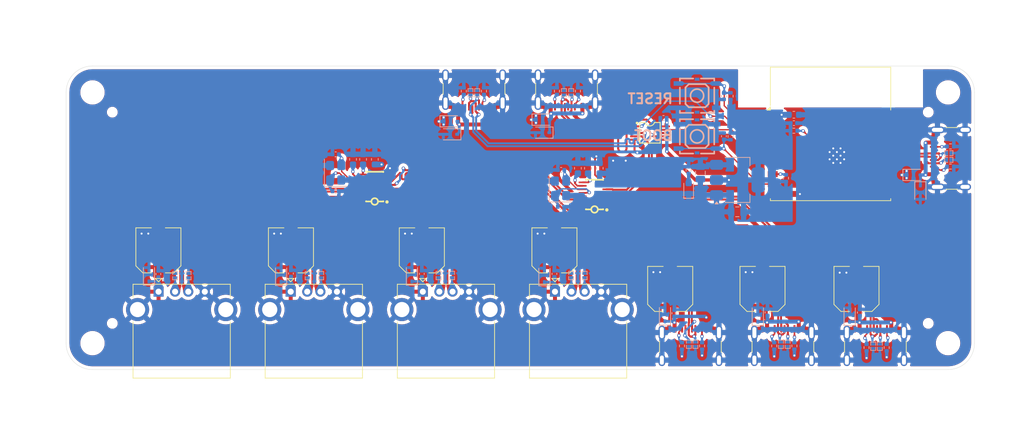
<source format=kicad_pcb>
(kicad_pcb (version 20241229) (generator "pcbnew") (generator_version "9.0")
  (layers (0 "F.Cu" signal) (2 "B.Cu" signal) (13 "F.Paste" user) (15 "B.Paste" user) (5 "F.SilkS" user "F.Silkscreen") (7 "B.SilkS" user "B.Silkscreen") (1 "F.Mask" user) (3 "B.Mask" user) (25 "Edge.Cuts" user))
  (net 0 "")
  (net 1 "GND")
  (net 2 "+3.3V")
  (net 3 "+5V")
  (net 4 "Net-(U3-XIN)")
  (net 5 "Net-(U3-XOUT)")
  (net 6 "Net-(U3-VDD18)")
  (net 7 "Net-(U3-VDD33)")
  (net 8 "Net-(U5-VDD18)")
  (net 9 "Net-(U5-VDD33)")
  (net 10 "Net-(U5-XIN)")
  (net 11 "Net-(U5-XOUT)")
  (net 12 "/esp32c3/BOOT")
  (net 13 "/esp32c3/RESET")
  (net 14 "Net-(D1-A)")
  (net 15 "/host/USB_D+")
  (net 16 "Net-(D3-A1)")
  (net 17 "/esp32c3/USB_D+")
  (net 18 "/esp32c3/USB_D-")
  (net 19 "/host/USB_D-")
  (net 20 "/host1/USB_D+")
  (net 21 "Net-(D10-A)")
  (net 22 "Net-(D11-A1)")
  (net 23 "/host1/USB_D-")
  (net 24 "/deviceA/D+")
  (net 25 "/deviceA/D-")
  (net 26 "/deviceC1/D+")
  (net 27 "/deviceC1/D-")
  (net 28 "/deviceC/D+")
  (net 29 "/deviceC2/D+")
  (net 30 "/deviceC/D-")
  (net 31 "/deviceC2/D-")
  (net 32 "/deviceA1/D+")
  (net 33 "/deviceA1/D-")
  (net 34 "/deviceA2/D+")
  (net 35 "/deviceA2/D-")
  (net 36 "/deviceA3/D+")
  (net 37 "/deviceA3/D-")
  (net 38 "Net-(J1-CC2)")
  (net 39 "Net-(J1-CC1)")
  (net 40 "Net-(J2-CC2)")
  (net 41 "Net-(J2-CC1)")
  (net 42 "Net-(J3-CC2)")
  (net 43 "Net-(J3-CC1)")
  (net 44 "Net-(J5-CC2)")
  (net 45 "Net-(J5-CC1)")
  (net 46 "Net-(J6-CC2)")
  (net 47 "Net-(J6-CC1)")
  (net 48 "Net-(J7-CC1)")
  (net 49 "Net-(J7-CC2)")
  (net 50 "Net-(U1-IO2)")
  (net 51 "Net-(U1-IO8)")
  (net 52 "/esp32c3/GPIO10")
  (net 53 "/SELECT")
  (net 54 "/esp32c3/GPIO0")
  (net 55 "/esp32c3/GPIO21")
  (net 56 "/esp32c3/GPIO6")
  (net 57 "/esp32c3/GPIO7")
  (net 58 "/esp32c3/GPIO20")
  (net 59 "/esp32c3/GPIO1")
  (net 60 "/~{OE}")
  (net 61 "/esp32c3/GPIO3")
  (net 62 "/hub/D-")
  (net 63 "/hub/D+")
  (net 64 "/hub/D_CHILD_D-")
  (net 65 "/hub/D_CHILD_D+")
  (footprint "EASYEDA:SSOP-16_L4.6-W2.6-P0.53-LS4.0-BL" (layer "F.Cu") (at 79.988 19.486 90)
    (property "Reference" "U3" (hide yes))
    (property "Value" "SL2.1S")
  )
  (footprint "Capacitor_SMD:C_Elec_6.3x5.4" (layer "F.Cu") (at 73.914 27.94 90)
    (property "Reference" "C3" (hide yes))
    (property "Value" "100uF")
  )
  (footprint "yamaneko:toolinghole" (layer "F.Cu") (at 130.5 39)
    (property "Reference" "H6" (hide yes))
    (property "Value" "~")
  )
  (footprint "EASYEDA:SSOP-16_L4.6-W2.6-P0.53-LS4.0-BL" (layer "F.Cu") (at 46.714 18.282 90)
    (property "Reference" "U5" (hide yes))
    (property "Value" "SL2.1S")
  )
  (footprint "yamaneko:usbc_reflow" (layer "F.Cu") (at 94.5 43.5)
    (property "Reference" "J7" (hide yes))
    (property "Value" "USB_C_Connecter")
  )
  (footprint "Capacitor_SMD:C_Elec_6.3x5.4" (layer "F.Cu") (at 34.036 27.94 90)
    (property "Reference" "C23" (hide yes))
    (property "Value" "100uF")
  )
  (footprint "Capacitor_SMD:C_Elec_6.3x5.4" (layer "F.Cu") (at 105.41 33.782 90)
    (property "Reference" "C17" (hide yes))
    (property "Value" "100uF")
  )
  (footprint "yamaneko:usbc_reflow" (layer "F.Cu") (at 61.75 2.5 180)
    (property "Reference" "J3" (hide yes))
    (property "Value" "USB_C_Connecter")
  )
  (footprint "MountingHole:MountingHole_3.2mm_M3_ISO7380" (layer "F.Cu") (at 4 42)
    (property "Reference" "H4" (hide yes))
    (property "Value" "~")
  )
  (footprint "MountingHole:MountingHole_3.2mm_M3_ISO7380" (layer "F.Cu") (at 4 4)
    (property "Reference" "H1" (hide yes))
    (property "Value" "~")
  )
  (footprint "Capacitor_SMD:C_Elec_6.3x5.4" (layer "F.Cu") (at 119.634 33.782 90)
    (property "Reference" "C18" (hide yes))
    (property "Value" "100uF")
  )
  (footprint "Connector_USB:USB_A_Kycon_KUSBX-AS1N-B_Horizontal" (layer "F.Cu") (at 14 34.2)
    (property "Reference" "J10" (hide yes))
    (property "Value" "USB_A")
  )
  (footprint "Connector_USB:USB_A_Kycon_KUSBX-AS1N-B_Horizontal" (layer "F.Cu") (at 54 34.2)
    (property "Reference" "J8" (hide yes))
    (property "Value" "USB_A")
  )
  (footprint "yamaneko:toolinghole" (layer "F.Cu") (at 7 39)
    (property "Reference" "H8" (hide yes))
    (property "Value" "~")
  )
  (footprint "MountingHole:MountingHole_3.2mm_M3_ISO7380" (layer "F.Cu") (at 133.5 42)
    (property "Reference" "H3" (hide yes))
    (property "Value" "~")
  )
  (footprint "yamaneko:usbc_reflow" (layer "F.Cu") (at 108.5 43.5)
    (property "Reference" "J5" (hide yes))
    (property "Value" "USB_C_Connecter")
  )
  (footprint "Capacitor_SMD:C_Elec_6.3x5.4" (layer "F.Cu") (at 53.848 27.9425 90)
    (property "Reference" "C21" (hide yes))
    (property "Value" "100uF")
  )
  (footprint "Connector_USB:USB_A_Kycon_KUSBX-AS1N-B_Horizontal" (layer "F.Cu") (at 34 34.2)
    (property "Reference" "J9" (hide yes))
    (property "Value" "USB_A")
  )
  (footprint "yamaneko:usbc_reflow" (layer "F.Cu") (at 122.5 43.5)
    (property "Reference" "J6" (hide yes))
    (property "Value" "USB_C_Connecter")
  )
  (footprint "Connector_USB:USB_A_Kycon_KUSBX-AS1N-B_Horizontal" (layer "F.Cu") (at 74 34.2)
    (property "Reference" "J4" (hide yes))
    (property "Value" "USB_A")
  )
  (footprint "EASYEDA:VSSOP-10_L3.0-W3.0-P0.50-LS4.9-BL" (layer "F.Cu") (at 88.392 10.16 -90)
    (property "Reference" "U2" (hide yes))
    (property "Value" "TS3USB30EDGSR")
  )
  (footprint "yamaneko:toolinghole" (layer "F.Cu") (at 7 7)
    (property "Reference" "H7" (hide yes))
    (property "Value" "~")
  )
  (footprint "yamaneko:ESP32-C3-WROOM-02" (layer "F.Cu") (at 115.71 13.39)
    (property "Reference" "U1" (hide yes))
    (property "Value" "ESP32-C3-WROOM-02")
  )
  (footprint "yamaneko:usbc_reflow" (layer "F.Cu") (at 135 14 90)
    (property "Reference" "J1" (hide yes))
    (property "Value" "USB_C_Connecter")
  )
  (footprint "yamaneko:toolinghole" (layer "F.Cu") (at 130.5 7)
    (property "Reference" "H5" (hide yes))
    (property "Value" "~")
  )
  (footprint "Capacitor_SMD:C_Elec_6.3x5.4" (layer "F.Cu") (at 13.97 27.94 90)
    (property "Reference" "C24" (hide yes))
    (property "Value" "100uF")
  )
  (footprint "yamaneko:usbc_reflow" (layer "F.Cu") (at 75.75 2.5 180)
    (property "Reference" "J2" (hide yes))
    (property "Value" "USB_C_Connecter")
  )
  (footprint "Capacitor_SMD:C_Elec_6.3x5.4" (layer "F.Cu") (at 91.44 33.782 90)
    (property "Reference" "C20" (hide yes))
    (property "Value" "100uF")
  )
  (footprint "MountingHole:MountingHole_3.2mm_M3_ISO7380" (layer "F.Cu") (at 133.5 4)
    (property "Reference" "H2" (hide yes))
    (property "Value" "~")
  )
  (footprint "EASYEDA:SW-SMD_6P-L5.2-W5.2-P3.70-LS6.4" (layer "B.Cu") (at 95.508 4.5)
    (property "Reference" "SW3" (hide yes))
    (property "Value" "SW_Push")
  )
  (footprint "EASYEDA:DFN1006-2L_L1.0-W0.6-P0.60-BI" (layer "B.Cu") (at 61.214 4.064 -90)
    (property "Reference" "D8" (hide yes))
    (property "Value" "ESD/S3.3VmSp")
  )
  (footprint "Resistor_SMD:R_0402_1005Metric" (layer "B.Cu") (at 100.584 10.668 90)
    (property "Reference" "R23" (hide yes))
    (property "Value" "10k")
  )
  (footprint "Diode_SMD:D_SOD-323" (layer "B.Cu") (at 104.7 37.7 90)
    (property "Reference" "D19" (hide yes))
    (property "Value" "ESD/PW5V")
  )
  (footprint "Resistor_SMD:R_0402_1005Metric" (layer "B.Cu") (at 133.858 15.24)
    (property "Reference" "R20" (hide yes))
    (property "Value" "5.1k")
  )
  (footprint "EASYEDA:DFN1006-2L_L1.0-W0.6-P0.60-BI" (layer "B.Cu") (at 18.542 31.768 -90)
    (property "Reference" "D32" (hide yes))
    (property "Value" "ESD/S3.3VmSp")
  )
  (footprint "EASYEDA:DFN1006-2L_L1.0-W0.6-P0.60-BI" (layer "B.Cu") (at 38.608 31.768 -90)
    (property "Reference" "D29" (hide yes))
    (property "Value" "ESD/S3.3VmSp")
  )
  (footprint "Capacitor_SMD:C_0402_1005Metric" (layer "B.Cu") (at 53.848 31.496 -90)
    (property "Reference" "C29" (hide yes))
    (property "Value" "100nF")
  )
  (footprint "Capacitor_SMD:C_0402_1005Metric" (layer "B.Cu") (at 40.806 18.972)
    (property "Reference" "C13" (hide yes))
    (property "Value" "20pF")
  )
  (footprint "Capacitor_SMD:C_0603_1608Metric" (layer "B.Cu") (at 80.772 15.494 90)
    (property "Reference" "C7" (hide yes))
    (property "Value" "10uF")
  )
  (footprint "Capacitor_SMD:C_0603_1608Metric" (layer "B.Cu") (at 43.434 14.146 -90)
    (property "Reference" "C11" (hide yes))
    (property "Value" "10uF")
  )
  (footprint "Resistor_SMD:R_0402_1005Metric" (layer "B.Cu") (at 108.966 16.9926 90)
    (property "Reference" "R2" (hide yes))
    (property "Value" "10k")
  )
  (footprint "Resistor_SMD:R_0402_1005Metric" (layer "B.Cu") (at 74.295 3.81 90)
    (property "Reference" "R4" (hide yes))
    (property "Value" "5.1k")
  )
  (footprint "Capacitor_SMD:C_0402_1005Metric" (layer "B.Cu") (at 90.424 7.874)
    (property "Reference" "C4" (hide yes))
    (property "Value" "100nF")
  )
  (footprint "Capacitor_SMD:C_0603_1608Metric" (layer "B.Cu") (at 78.994 15.494 -90)
    (property "Reference" "C9" (hide yes))
    (property "Value" "10uF")
  )
  (footprint "EASYEDA:DFN1006-2L_L1.0-W0.6-P0.60-BI" (layer "B.Cu") (at 62.23 4.064 -90)
    (property "Reference" "D13" (hide yes))
    (property "Value" "ESD/S3.3VmSp")
  )
  (footprint "EASYEDA:DFN1006-2L_L1.0-W0.6-P0.60-BI" (layer "B.Cu") (at 133.604 14.224 180)
    (property "Reference" "D5" (hide yes))
    (property "Value" "ESD/S3.3VmSp")
  )
  (footprint "EASYEDA:SW-SMD_6P-L5.2-W5.2-P3.70-LS6.4" (layer "B.Cu") (at 95.504 10.668 180)
    (property "Reference" "SW2" (hide yes))
    (property "Value" "SW_Push")
  )
  (footprint "Capacitor_SMD:C_0603_1608Metric" (layer "B.Cu") (at 44.958 14.146 -90)
    (property "Reference" "C12" (hide yes))
    (property "Value" "10uF")
  )
  (footprint "Capacitor_SMD:C_0402_1005Metric" (layer "B.Cu") (at 74.93 15.748)
    (property "Reference" "C6" (hide yes))
    (property "Value" "20pF")
  )
  (footprint "Resistor_SMD:R_0402_1005Metric" (layer "B.Cu") (at 133.858 12.192)
    (property "Reference" "R21" (hide yes))
    (property "Value" "5.1k")
  )
  (footprint "Capacitor_SMD:C_0402_1005Metric" (layer "B.Cu") (at 99.568 10.64 -90)
    (property "Reference" "C16" (hide yes))
    (property "Value" "12pF")
  )
  (footprint "Resistor_SMD:R_0402_1005Metric" (layer "B.Cu") (at 110.236 42.418 -90)
    (property "Reference" "R10" (hide yes))
    (property "Value" "56k")
  )
  (footprint "EASYEDA:DFN1006-2L_L1.0-W0.6-P0.60-BI" (layer "B.Cu") (at 122.174 42.464 90)
    (property "Reference" "D23" (hide yes))
    (property "Value" "ESD/S3.3VmSp")
  )
  (footprint "Capacitor_SMD:C_0402_1005Metric" (layer "B.Cu") (at 73.914 31.496 -90)
    (property "Reference" "C28" (hide yes))
    (property "Value" "100nF")
  )
  (footprint "EASYEDA:DFN1006-2L_L1.0-W0.6-P0.60-BI" (layer "B.Cu") (at 16.51 31.768 -90)
    (property "Reference" "D33" (hide yes))
    (property "Value" "ESD/S3.3VmSp")
  )
  (footprint "EASYEDA:DFN1006-2L_L1.0-W0.6-P0.60-BI" (layer "B.Cu") (at 123.1646 42.464 90)
    (property "Reference" "D20" (hide yes))
    (property "Value" "ESD/S3.3VmSp")
  )
  (footprint "Diode_SMD:D_SOD-323" (layer "B.Cu") (at 32.55 31.65 90)
    (property "Reference" "D31" (hide yes))
    (property "Value" "ESD/PW5V")
  )
  (footprint "EASYEDA:DFN1006-2L_L1.0-W0.6-P0.60-BI" (layer "B.Cu") (at 94.2594 42.164 90)
    (property "Reference" "D24" (hide yes))
    (property "Value" "ESD/S3.3VmSp")
  )
  (footprint "Diode_SMD:D_SOD-323" (layer "B.Cu") (at 118.6 37.7 90)
    (property "Reference" "D21" (hide yes))
    (property "Value" "ESD/PW5V")
  )
  (footprint "Capacitor_SMD:C_0805_2012Metric" (layer "B.Cu") (at 96.012 16.19 -90)
    (property "Reference" "C10" (hide yes))
    (property "Value" "22uF")
  )
  (footprint "Resistor_SMD:R_0402_1005Metric" (layer "B.Cu") (at 63.246 3.808 90)
    (property "Reference" "R5" (hide yes))
    (property "Value" "5.1k")
  )
  (footprint "Diode_SMD:D_SOD-323" (layer "B.Cu") (at 52.35 31.6 90)
    (property "Reference" "D28" (hide yes))
    (property "Value" "ESD/PW5V")
  )
  (footprint "EASYEDA:DFN1006-2L_L1.0-W0.6-P0.60-BI" (layer "B.Cu") (at 76.454 4.064 -90)
    (property "Reference" "D7" (hide yes))
    (property "Value" "ESD/S3.3VmSp")
  )
  (footprint "Capacitor_SMD:C_0402_1005Metric" (layer "B.Cu") (at 13.97 31.524 -90)
    (property "Reference" "C31" (hide yes))
    (property "Value" "100nF")
  )
  (footprint "Resistor_SMD:R_0402_1005Metric" (layer "B.Cu") (at 110.1598 9.8044)
    (property "Reference" "R1" (hide yes))
    (property "Value" "10k")
  )
  (footprint "Diode_SMD:D_SOD-323" (layer "B.Cu") (at 72.4 31.7 90)
    (property "Reference" "D15" (hide yes))
    (property "Value" "ESD/PW5V")
  )
  (footprint "Resistor_SMD:R_0402_1005Metric" (layer "B.Cu") (at 107.188 42.418 -90)
    (property "Reference" "R9" (hide yes))
    (property "Value" "56k")
  )
  (footprint "Crystal:Crystal_SMD_3225-4Pin_3.2x2.5mm" (layer "B.Cu") (at 74.842 18.542 90)
    (property "Reference" "Y1" (hide yes))
    (property "Value" "12MHz")
  )
  (footprint "Diode_SMD:D_SOD-323" (layer "B.Cu") (at 128.27 16.51)
    (property "Reference" "D12" (hide yes))
    (property "Value" "BAT/10V")
  )
  (footprint "Resistor_SMD:R_0402_1005Metric" (layer "B.Cu") (at 100.584 4.57 -90)
    (property "Reference" "R25" (hide yes))
    (property "Value" "10k")
  )
  (footprint "Resistor_SMD:R_0402_1005Metric" (layer "B.Cu") (at 77.47 3.808 90)
    (property "Reference" "R3" (hide yes))
    (property "Value" "5.1k")
  )
  (footprint "Capacitor_SMD:C_0603_1608Metric" (layer "B.Cu") (at 46.736 14.146 90)
    (property "Reference" "C2" (hide yes))
    (property "Value" "10uF")
  )
  (footprint "EASYEDA:DFN1006-2L_L1.0-W0.6-P0.60-BI" (layer "B.Cu") (at 133.604 13.208 180)
    (property "Reference" "D4" (hide yes))
    (property "Value" "ESD/S3.3VmSp")
  )
  (footprint "Capacitor_SMD:C_0402_1005Metric" (layer "B.Cu") (at 110.1598 8.6614 180)
    (property "Reference" "C19" (hide yes))
    (property "Value" "100nF")
  )
  (footprint "Resistor_SMD:R_0402_1005Metric" (layer "B.Cu") (at 60.198 3.81 90)
    (property "Reference" "R6" (hide yes))
    (property "Value" "5.1k")
  )
  (footprint "EASYEDA:DFN1006-2L_L1.0-W0.6-P0.60-BI" (layer "B.Cu") (at 36.576 31.768 -90)
    (property "Reference" "D30" (hide yes))
    (property "Value" "ESD/S3.3VmSp")
  )
  (footprint "Diode_SMD:D_SOD-323" (layer "B.Cu") (at 72.1 10.1 180)
    (property "Reference" "D3" (hide yes))
    (property "Value" "ESD/PW5V")
  )
  (footprint "Diode_SMD:D_SOD-323" (layer "B.Cu") (at 58.2 8.382)
    (property "Reference" "D10" (hide yes))
    (property "Value" "BAT/10V")
  )
  (footprint "Capacitor_SMD:C_0402_1005Metric" (layer "B.Cu") (at 34.036 31.4452 -90)
    (property "Reference" "C30" (hide yes))
    (property "Value" "100nF")
  )
  (footprint "EASYEDA:DFN1006-2L_L1.0-W0.6-P0.60-BI" (layer "B.Cu") (at 109.22 42.164 90)
    (property "Reference" "D17" (hide yes))
    (property "Value" "ESD/S3.3VmSp")
  )
  (footprint "Resistor_SMD:R_0402_1005Metric" (layer "B.Cu") (at 124.206 42.672 -90)
    (property "Reference" "R8" (hide yes))
    (property "Value" "56k")
  )
  (footprint "Resistor_SMD:R_0402_1005Metric" (layer "B.Cu") (at 93.218 42.418 -90)
    (property "Reference" "R11" (hide yes))
    (property "Value" "56k")
  )
  (footprint "Capacitor_SMD:C_0805_2012Metric" (layer "B.Cu") (at 101.6 22.098 180)
    (property "Reference" "C14" (hide yes))
    (property "Value" "22uF")
  )
  (footprint "EASYEDA:DFN1006-2L_L1.0-W0.6-P0.60-BI" (layer "B.Cu") (at 75.356 4.064 -90)
    (property "Reference" "D2" (hide yes))
    (property "Value" "ESD/S3.3VmSp")
  )
  (footprint "Capacitor_SMD:C_0402_1005Metric" (layer "B.Cu") (at 74.902 21.336)
    (property "Reference" "C5" (hide yes))
    (property "Value" "20pF")
  )
  (footprint "Diode_SMD:D_SOD-323" (layer "B.Cu") (at 72.136 8.128)
    (property "Reference" "D6" (hide yes))
    (property "Value" "BAT/10V")
  )
  (footprint "Capacitor_SMD:C_0603_1608Metric" (layer "B.Cu") (at 77.47 15.494 -90)
    (property "Reference" "C8" (hide yes))
    (property "Value" "10uF")
  )
  (footprint "EASYEDA:DFN1006-2L_L1.0-W0.6-P0.60-BI" (layer "B.Cu") (at 95.25 42.164 90)
    (property "Reference" "D22" (hide yes))
    (property "Value" "ESD/S3.3VmSp")
  )
  (footprint "EASYEDA:DFN1006-2L_L1.0-W0.6-P0.60-BI" (layer "B.Cu") (at 76.454 31.75 -90)
    (property "Reference" "D16" (hide yes))
    (property "Value" "ESD/S3.3VmSp")
  )
  (footprint "Crystal:Crystal_SMD_3225-4Pin_3.2x2.5mm" (layer "B.Cu") (at 40.806 16.178 90)
    (property "Reference" "Y2" (hide yes))
    (property "Value" "12MHz")
  )
  (footprint "EASYEDA:DFN1006-2L_L1.0-W0.6-P0.60-BI" (layer "B.Cu") (at 78.486 31.75 -90)
    (property "Reference" "D14" (hide yes))
    (property "Value" "ESD/S3.3VmSp")
  )
  (footprint "Diode_SMD:D_SOD-323" (layer "B.Cu") (at 90.65 37.65 90)
    (property "Reference" "D25" (hide yes))
    (property "Value" "ESD/PW5V")
  )
  (footprint "Package_TO_SOT_SMD:SOT-223-3_TabPin2" (layer "B.Cu") (at 101.6 17.272)
    (property "Reference" "U4" (hide yes))
    (property "Value" "AMS1117-3.3")
  )
  (footprint "Diode_SMD:D_SOD-323" (layer "B.Cu") (at 12.55 31.6 90)
    (property "Reference" "D34" (hide yes))
    (property "Value" "ESD/PW5V")
  )
  (footprint "Resistor_SMD:R_0402_1005Metric" (layer "B.Cu") (at 121.158 42.672 -90)
    (property "Reference" "R7" (hide yes))
    (property "Value" "56k")
  )
  (footprint "Resistor_SMD:R_0402_1005Metric" (layer "B.Cu") (at 96.266 42.418 -90)
    (property "Reference" "R12" (hide yes))
    (property "Value" "56k")
  )
  (footprint "Diode_SMD:D_SOD-323" (layer "B.Cu") (at 129.3 19.15 -90)
    (property "Reference" "D11" (hide yes))
    (property "Value" "ESD/PW5V")
  )
  (footprint "Capacitor_SMD:C_0402_1005Metric" (layer "B.Cu") (at 40.806 13.384)
    (property "Reference" "C15" (hide yes))
    (property "Value" "20pF")
  )
  (footprint "Capacitor_SMD:C_0402_1005Metric" (layer "B.Cu") (at 99.568 4.57 90)
    (property "Reference" "C22" (hide yes))
    (property "Value" "100nF")
  )
  (footprint "EASYEDA:DFN1006-2L_L1.0-W0.6-P0.60-BI" (layer "B.Cu") (at 58.42 31.75 -90)
    (property "Reference" "D26" (hide yes))
    (property "Value" "ESD/S3.3VmSp")
  )
  (footprint "Resistor_SMD:R_0402_1005Metric" (layer "B.Cu") (at 94.234 15.7735 -90)
    (property "Reference" "R13" (hide yes))
    (property "Value" "2k")
  )
  (footprint "Capacitor_SMD:C_0402_1005Metric" (layer "B.Cu") (at 106.172 37.338 -90)
    (property "Reference" "C26" (hide yes))
    (property "Value" "100nF")
  )
  (footprint "EASYEDA:DFN1006-2L_L1.0-W0.6-P0.60-BI" (layer "B.Cu") (at 56.388 31.75 -90)
    (property "Reference" "D27" (hide yes))
    (property "Value" "ESD/S3.3VmSp")
  )
  (footprint "Capacitor_SMD:C_0402_1005Metric" (layer "B.Cu") (at 92.075 37.465 -90)
    (property "Reference" "C27" (hide yes))
    (property "Value" "100nF")
  )
  (footprint "Capacitor_SMD:C_0402_1005Metric" (layer "B.Cu") (at 120.142 37.366 -90)
    (property "Reference" "C25" (hide yes))
    (property "Value" "100nF")
  )
  (footprint "LED_SMD:LED_0603_1608Metric" (layer "B.Cu") (at 94.234 18.5675 90)
    (property "Reference" "D1" (hide yes))
    (property "Value" "LED")
  )
  (footprint "Capacitor_SMD:C_0603_1608Metric" (layer "B.Cu") (at 110.1598 7.3914 180)
    (property "Reference" "C1" (hide yes))
    (property "Value" "10uF")
  )
  (footprint "EASYEDA:DFN1006-2L_L1.0-W0.6-P0.60-BI" (layer "B.Cu") (at 108.204 42.164 90)
    (property "Reference" "D18" (hide yes))
    (property "Value" "ESD/S3.3VmSp")
  )
  (footprint "Diode_SMD:D_SOD-323" (layer "B.Cu") (at 58.15 10.35 180)
    (property "Reference" "D9" (hide yes))
    (property "Value" "ESD/PW5V")
  )
  (gr_arc (start 133.5 0) (mid 136.328427 1.171573) (end 137.5 4) (stroke (width 0.05)) (layer "Edge.Cuts"))
  (gr_arc (start 0 4) (mid 1.171573 1.171573) (end 4 0) (stroke (width 0.05)) (layer "Edge.Cuts"))
  (gr_arc (start 4 46) (mid 1.171573 44.828427) (end 0 42) (stroke (width 0.05)) (layer "Edge.Cuts"))
  (gr_line (start 137.5 4) (end 137.5 42) (stroke (width 0.05)) (layer "Edge.Cuts"))
  (gr_line (start 4 0) (end 133.5 0) (stroke (width 0.05)) (layer "Edge.Cuts"))
  (gr_arc (start 137.5 42) (mid 136.328427 44.828427) (end 133.5 46) (stroke (width 0.05)) (layer "Edge.Cuts"))
  (gr_line (start 133.5 46) (end 4 46) (stroke (width 0.05)) (layer "Edge.Cuts"))
  (gr_line (start 0 42) (end 0 4) (stroke (width 0.05)) (layer "Edge.Cuts"))
  (gr_text "BOOT" (at 92 11.43 0) (layer "B.SilkS") (effects (font (size 1.5 1.5) (thickness 0.3) (bold yes)) (justify left bottom mirror)))
  (gr_text "RESET" (at 92 5.842 0) (layer "B.SilkS") (effects (font (size 1.5 1.5) (thickness 0.3) (bold yes)) (justify left bottom mirror)))
  (segment (start 131.32 10.8) (end 131.32 10.255) (width 0.6) (layer "F.Cu") (net 1))
  (segment (start 52.324 25.4) (end 53.848 25.4) (width 1.4) (layer "F.Cu") (net 1))
  (segment (start 125.7 39.82) (end 126.245 39.82) (width 0.6) (layer "F.Cu") (net 1))
  (segment (start 118.11 31.3182) (end 119.634 31.3182) (width 1.4) (layer "F.Cu") (net 1))
  (segment (start 48.514 16.129) (end 49.022 15.621) (width 0.2) (layer "F.Cu") (net 1))
  (segment (start 65.495 6.18) (end 66.07 5.605) (width 0.6) (layer "F.Cu") (net 1))
  (segment (start 117.094 31.3182) (end 118.11 31.3182) (width 1.4) (layer "F.Cu") (net 1))
  (segment (start 106.96 19.39) (end 111.0586 19.39) (width 0.9) (layer "F.Cu") (net 1))
  (segment (start 86.3092 13.1318) (end 86.042 12.8646) (width 0.3) (layer "F.Cu") (net 1))
  (segment (start 105.3 39.82) (end 104.755 39.82) (width 0.6) (layer "F.Cu") (net 1))
  (segment (start 88.9 31.242) (end 89.916 31.242) (width 1.4) (layer "F.Cu") (net 1))
  (segment (start 91.3 39.82) (end 90.755 39.82) (width 0.6) (layer "F.Cu") (net 1))
  (segment (start 80.0608 13.8938) (end 80.264 13.6906) (width 0.2) (layer "F.Cu") (net 1))
  (segment (start 12.446 25.4) (end 13.97 25.4) (width 1.4) (layer "F.Cu") (net 1))
  (segment (start 80.0608 16.51) (end 80.0608 13.8938) (width 0.25) (layer "F.Cu") (net 1))
  (segment (start 104.755 39.82) (end 104.18 40.395) (width 0.6) (layer "F.Cu") (net 1))
  (segment (start 81.788 17.636) (end 81.1868 17.636) (width 0.25) (layer "F.Cu") (net 1))
  (segment (start 112.245 39.82) (end 112.82 40.395) (width 0.6) (layer "F.Cu") (net 1))
  (segment (start 72.005 6.18) (end 71.43 5.605) (width 0.6) (layer "F.Cu") (net 1))
  (segment (start 31.496 25.4) (end 32.512 25.4) (width 1.4) (layer "F.Cu") (net 1))
  (segment (start 89.916 31.242) (end 91.44 31.242) (width 1.4) (layer "F.Cu") (net 1))
  (segment (start 72.55 6.18) (end 72.005 6.18) (width 0.6) (layer "F.Cu") (net 1))
  (segment (start 58.55 6.18) (end 58.005 6.18) (width 0.6) (layer "F.Cu") (net 1))
  (segment (start 111.7 39.82) (end 112.245 39.82) (width 0.6) (layer "F.Cu") (net 1))
  (segment (start 78.95 6.18) (end 79.495 6.18) (width 0.6) (layer "F.Cu") (net 1))
  (segment (start 49.022 15.621) (end 49.022 15.494) (width 0.2) (layer "F.Cu") (net 1))
  (segment (start 131.32 10.255) (end 131.895 9.68) (width 0.6) (layer "F.Cu") (net 1))
  (segment (start 119.3 39.82) (end 118.755 39.82) (width 0.6) (layer "F.Cu") (net 1))
  (segment (start 71.374 25.4025) (end 72.39 25.4025) (width 1.4) (layer "F.Cu") (net 1))
  (segment (start 86.4616 13.1318) (end 86.3092 13.1318) (width 0.2) (layer "F.Cu") (net 1))
  (segment (start 118.755 39.82) (end 118.18 40.395) (width 0.6) (layer "F.Cu") (net 1))
  (segment (start 126.245 39.82) (end 126.82 40.395) (width 0.6) (layer "F.Cu") (net 1))
  (segment (start 90.755 39.82) (end 90.18 40.395) (width 0.6) (layer "F.Cu") (net 1))
  (segment (start 103.886 31.242) (end 105.41 31.242) (width 1.4) (layer "F.Cu") (net 1))
  (segment (start 97.7 39.82) (end 98.245 39.82) (width 0.6) (layer "F.Cu") (net 1))
  (segment (start 81.1868 17.636) (end 80.0608 16.51) (width 0.25) (layer "F.Cu") (net 1))
  (segment (start 79.495 6.18) (end 80.07 5.605) (width 0.6) (layer "F.Cu") (net 1))
  (segment (start 11.43 25.4) (end 12.446 25.4) (width 1.4) (layer "F.Cu") (net 1))
  (segment (start 72.39 25.4025) (end 73.914 25.4025) (width 1.4) (layer "F.Cu") (net 1))
  (segment (start 58.005 6.18) (end 57.43 5.605) (width 0.6) (layer "F.Cu") (net 1))
  (segment (start 51.308 25.4) (end 52.324 25.4) (width 1.4) (layer "F.Cu") (net 1))
  (segment (start 86.042 12.8646) (end 86.042 11.16) (width 0.3) (layer "F.Cu") (net 1))
  (segment (start 32.512 25.4) (end 34.036 25.4) (width 1.4) (layer "F.Cu") (net 1))
  (segment (start 102.87 31.242) (end 103.886 31.242) (width 1.4) (layer "F.Cu") (net 1))
  (segment (start 48.514 16.432) (end 48.514 16.129) (width 0.2) (layer "F.Cu") (net 1))
  (segment (start 131.32 17.2) (end 131.32 17.745) (width 0.6) (layer "F.Cu") (net 1))
  (segment (start 64.95 6.18) (end 65.495 6.18) (width 0.6) (layer "F.Cu") (net 1))
  (segment (start 98.245 39.82) (end 98.82 40.395) (width 0.6) (layer "F.Cu") (net 1))
  (segment (start 111.0586 19.39) (end 111.0742 19.4056) (width 0.2) (layer "F.Cu") (net 1))
  (segment (start 131.32 17.745) (end 131.895 18.32) (width 0.6) (layer "F.Cu") (net 1))
  (via (at 88.9 31.242) (size 0.5) (drill 0.3) (layers "F.Cu" "B.Cu") (net 1))
  (via (at 111.0742 19.4056) (size 0.5) (drill 0.3) (layers "F.Cu" "B.Cu") (net 1))
  (via (at 80.264 13.6906) (size 0.5) (drill 0.3) (layers "F.Cu" "B.Cu") (net 1))
  (via (at 12.446 25.4) (size 0.5) (drill 0.3) (layers "F.Cu" "B.Cu") (net 1))
  (via (at 51.308 25.4) (size 0.5) (drill 0.3) (layers "F.Cu" "B.Cu") (net 1))
  (via (at 86.4616 13.1318) (size 0.5) (drill 0.3) (layers "F.Cu" "B.Cu") (net 1))
  (via (at 49.022 15.494) (size 0.5) (drill 0.3) (layers "F.Cu" "B.Cu") (net 1))
  (via (at 118.11 31.3182) (size 0.5) (drill 0.3) (layers "F.Cu" "B.Cu") (net 1))
  (via (at 117.094 31.3182) (size 0.5) (drill 0.3) (layers "F.Cu" "B.Cu") (net 1))
  (via (at 103.886 31.242) (size 0.5) (drill 0.3) (layers "F.Cu" "B.Cu") (net 1))
  (via (at 71.374 25.4025) (size 0.5) (drill 0.3) (layers "F.Cu" "B.Cu") (net 1))
  (via (at 32.512 25.4) (size 0.5) (drill 0.3) (layers "F.Cu" "B.Cu") (net 1))
  (via (at 31.496 25.4) (size 0.5) (drill 0.3) (layers "F.Cu" "B.Cu") (net 1))
  (via (at 72.39 25.4025) (size 0.5) (drill 0.3) (layers "F.Cu" "B.Cu") (net 1))
  (via (at 52.324 25.4) (size 0.5) (drill 0.3) (layers "F.Cu" "B.Cu") (net 1))
  (via (at 11.43 25.4) (size 0.5) (drill 0.3) (layers "F.Cu" "B.Cu") (net 1))
  (via (at 102.87 31.242) (size 0.5) (drill 0.3) (layers "F.Cu" "B.Cu") (net 1))
  (via (at 89.916 31.242) (size 0.5) (drill 0.3) (layers "F.Cu" "B.Cu") (net 1))
  (segment (start 89.3826 13.1318) (end 89.944 12.5704) (width 0.4) (layer "B.Cu") (net 1))
  (segment (start 131.775 18.2) (end 131.895 18.32) (width 0.2) (layer "B.Cu") (net 1))
  (segment (start 89.944 12.5704) (end 89.944 7.874) (width 0.4) (layer "B.Cu") (net 1))
  (segment (start 80.772 14.719) (end 80.772 14.1986) (width 0.25) (layer "B.Cu") (net 1))
  (segment (start 80.772 14.1986) (end 80.264 13.6906) (width 0.25) (layer "B.Cu") (net 1))
  (segment (start 119.253 37.255) (end 119.2598 37.255) (width 0.2) (layer "B.Cu") (net 1))
  (segment (start 86.4616 13.1318) (end 89.3826 13.1318) (width 0.4) (layer "B.Cu") (net 1))
  (segment (start 90.742 8.7752) (end 90.932 8.5852) (width 0.3) (layer "F.Cu") (net 2))
  (segment (start 106.96 7.39) (end 108.3042 7.39) (width 0.9) (layer "F.Cu") (net 2))
  (segment (start 90.932 12.954) (end 95.25 17.272) (width 0.5) (layer "F.Cu") (net 2))
  (segment (start 90.742 9.16) (end 90.742 8.7752) (width 0.3) (layer "F.Cu") (net 2))
  (segment (start 95.25 17.272) (end 100.33 17.272) (width 0.5) (layer "F.Cu") (net 2))
  (via (at 100.33 17.272) (size 0.5) (drill 0.3) (layers "F.Cu" "B.Cu") (net 2))
  (via (at 90.932 12.954) (size 0.5) (drill 0.3) (layers "F.Cu" "B.Cu") (net 2))
  (via (at 90.932 8.5852) (size 0.5) (drill 0.3) (layers "F.Cu" "B.Cu") (net 2))
  (via (at 108.3056 7.3914) (size 0.5) (drill 0.3) (layers "F.Cu" "B.Cu") (net 2))
  (segment (start 90.932 12.954) (end 90.932 8.5852) (width 0.5) (layer "B.Cu") (net 2))
  (segment (start 90.932 7.902) (end 90.904 7.874) (width 0.5) (layer "B.Cu") (net 2))
  (segment (start 90.932 8.5852) (end 90.932 7.902) (width 0.5) (layer "B.Cu") (net 2))
  (segment (start 108.3056 7.3914) (end 109.3848 7.3914) (width 0.9) (layer "B.Cu") (net 2))
  (segment (start 105.41 37.592) (end 105.41 36.3195) (width 0.2) (layer "F.Cu") (net 3))
  (segment (start 106.1 39.82) (end 106.1 38.862) (width 0.6) (layer "F.Cu") (net 3))
  (segment (start 47.714 16.952) (end 47.2186 16.4566) (width 0.25) (layer "F.Cu") (net 3))
  (segment (start 120.1 36.7855) (end 120.1 38.862) (width 0.6) (layer "F.Cu") (net 3))
  (segment (start 34.036 30.4775) (end 34.036 34.164) (width 1.2) (layer "F.Cu") (net 3))
  (segment (start 96.901 39.819) (end 96.9 39.82) (width 0.2) (layer "F.Cu") (net 3))
  (segment (start 92.1 39.82) (end 92.1 38.1) (width 0.6) (layer "F.Cu") (net 3))
  (segment (start 13.97 30.4775) (end 13.97 34.17) (width 1.2) (layer "F.Cu") (net 3))
  (segment (start 124.841 38.862) (end 124.9 38.921) (width 0.2) (layer "F.Cu") (net 3))
  (segment (start 81.788 18.156) (end 82.588 18.156) (width 0.2) (layer "F.Cu") (net 3))
  (segment (start 53.848 30.48) (end 53.848 34.048) (width 1.2) (layer "F.Cu") (net 3))
  (segment (start 120.1 38.862) (end 120.1 39.82) (width 0.6) (layer "F.Cu") (net 3))
  (segment (start 82.804 17.94) (end 82.804 14.351) (width 0.2) (layer "F.Cu") (net 3))
  (segment (start 47.2186 16.4566) (end 47.2186 15.4544) (width 0.25) (layer "F.Cu") (net 3))
  (segment (start 34.036 34.164) (end 34 34.2) (width 0.2) (layer "F.Cu") (net 3))
  (segment (start 119.634 36.3195) (end 120.1 36.7855) (width 0.6) (layer "F.Cu") (net 3))
  (segment (start 48.514 16.952) (end 47.714 16.952) (width 0.25) (layer "F.Cu") (net 3))
  (segment (start 106.1 38.862) (end 106.1 38.282) (width 0.6) (layer "F.Cu") (net 3))
  (segment (start 47.2186 15.4544) (end 47.752 14.921) (width 0.25) (layer "F.Cu") (net 3))
  (segment (start 110.9 39.82) (end 110.9 38.764) (width 0.6) (layer "F.Cu") (net 3))
  (segment (start 53.848 34.048) (end 54 34.2) (width 0.2) (layer "F.Cu") (net 3))
  (segment (start 82.588 18.156) (end 82.804 17.94) (width 0.2) (layer "F.Cu") (net 3))
  (segment (start 92.1 38.1) (end 91.44 37.44) (width 0.6) (layer "F.Cu") (net 3))
  (segment (start 106.1 38.282) (end 105.41 37.592) (width 0.6) (layer "F.Cu") (net 3))
  (segment (start 91.44 37.44) (end 91.44 36.3195) (width 0.2) (layer "F.Cu") (net 3))
  (segment (start 13.97 34.17) (end 14 34.2) (width 0.2) (layer "F.Cu") (net 3))
  (segment (start 124.9 38.921) (end 124.9 39.82) (width 0.6) (layer "F.Cu") (net 3))
  (segment (start 96.901 38.1) (end 96.901 39.819) (width 0.6) (layer "F.Cu") (net 3))
  (segment (start 73.914 30.4775) (end 73.914 34.114) (width 1.2) (layer "F.Cu") (net 3))
  (segment (start 73.914 34.114) (end 74 34.2) (width 0.2) (layer "F.Cu") (net 3))
  (segment (start 110.9 38.764) (end 110.871 38.735) (width 0.2) (layer "F.Cu") (net 3))
  (via (at 121.158 44.2468) (size 0.5) (drill 0.3) (layers "F.Cu" "B.Cu") (net 3))
  (via (at 70.392 8.145) (size 0.5) (drill 0.3) (layers "F.Cu" "B.Cu") (net 3))
  (via (at 124.206 44.1198) (size 0.5) (drill 0.3) (layers "F.Cu" "B.Cu") (net 3))
  (via (at 96.901 38.1) (size 0.5) (drill 0.3) (layers "F.Cu" "B.Cu") (net 3))
  (via (at 93.218 43.9928) (size 0.5) (drill 0.3) (layers "F.Cu" "B.Cu") (net 3))
  (via (at 107.188 43.9928) (size 0.5) (drill 0.3) (layers "F.Cu" "B.Cu") (net 3))
  (via (at 71.12 8.619) (size 0.5) (drill 0.3) (layers "F.Cu" "B.Cu") (net 3))
  (via (at 106.1 38.862) (size 0.5) (drill 0.3) (layers "F.Cu" "B.Cu") (net 3))
  (via (at 57.15 8.873) (size 0.5) (drill 0.3) (layers "F.Cu" "B.Cu") (net 3))
  (via (at 126.492 16.51) (size 0.5) (drill 0.3) (layers "F.Cu" "B.Cu") (net 3))
  (via (at 84.709 14.351) (size 0.5) (drill 0.3) (layers "F.Cu" "B.Cu") (net 3))
  (via (at 120.1 38.862) (size 0.5) (drill 0.3) (layers "F.Cu" "B.Cu") (net 3))
  (via (at 110.871 38.735) (size 0.5) (drill 0.3) (layers "F.Cu" "B.Cu") (net 3))
  (via (at 124.841 38.862) (size 0.5) (drill 0.3) (layers "F.Cu" "B.Cu") (net 3))
  (via (at 127.22 15.909) (size 0.5) (drill 0.3) (layers "F.Cu" "B.Cu") (net 3))
  (via (at 127.22 16.984) (size 0.5) (drill 0.3) (layers "F.Cu" "B.Cu") (net 3))
  (via (at 110.236 43.8658) (size 0.5) (drill 0.3) (layers "F.Cu" "B.Cu") (net 3))
  (via (at 92.075 38.862) (size 0.5) (drill 0.3) (layers "F.Cu" "B.Cu") (net 3))
  (via (at 96.266 43.8658) (size 0.5) (drill 0.3) (layers "F.Cu" "B.Cu") (net 3))
  (via (at 56.422 8.399) (size 0.5) (drill 0.3) (layers "F.Cu" "B.Cu") (net 3))
  (via (at 82.804 14.351) (size 0.5) (drill 0.3) (layers "F.Cu" "B.Cu") (net 3))
  (via (at 71.12 7.544) (size 0.5) (drill 0.3) (layers "F.Cu" "B.Cu") (net 3))
  (via (at 57.15 7.798) (size 0.5) (drill 0.3) (layers "F.Cu" "B.Cu") (net 3))
  (via (at 47.752 14.921) (size 0.5) (drill 0.3) (layers "F.Cu" "B.Cu") (net 3))
  (segment (start 53.832 31.96) (end 53.848 31.976) (width 0.2) (layer "B.Cu") (net 3))
  (segment (start 71.12 8.145) (end 71.12 7.544) (width 0.5) (layer "B.Cu") (net 3))
  (segment (start 119.988 38.75) (end 120.1 38.862) (width 0.2) (layer "B.Cu") (net 3))
  (segment (start 73.914 31.976) (end 73.914 32.75) (width 0.5) (layer "B.Cu") (net 3))
  (segment (start 106.172 37.818) (end 106.172 38.79) (width 0.5) (layer "B.Cu") (net 3))
  (segment (start 53.798 32.65) (end 53.848 32.7) (width 0.2) (layer "B.Cu") (net 3))
  (segment (start 53.848 32.7) (end 53.848 34.048) (width 0.5) (layer "B.Cu") (net 3))
  (segment (start 106.227 38.735) (end 110.871 38.735) (width 0.6) (layer "B.Cu") (net 3))
  (segment (start 34.036 34.164) (end 34 34.2) (width 0.2) (layer "B.Cu") (net 3))
  (segment (start 13.97 32.7) (end 13.97 34.17) (width 0.5) (layer "B.Cu") (net 3))
  (segment (start 96.266 42.928) (end 96.266 43.8658) (width 0.5) (layer "B.Cu") (net 3))
  (segment (start 93.218 42.928) (end 93.218 43.9928) (width 0.5) (layer "B.Cu") (net 3))
  (segment (start 120.142 37.846) (end 120.142 38.82) (width 0.5) (layer "B.Cu") (net 3))
  (segment (start 34.036 32.75) (end 34.036 34.164) (width 0.5) (layer "B.Cu") (net 3))
  (segment (start 47.752 14.921) (end 47.817 14.921) (width 0.2) (layer "B.Cu") (net 3))
  (segment (start 92.008 38.012) (end 92.075 37.945) (width 0.2) (layer "B.Cu") (net 3))
  (segment (start 118.6 38.75) (end 119.988 38.75) (width 0.4) (layer "B.Cu") (net 3))
  (segment (start 53.848 34.048) (end 54 34.2) (width 0.2) (layer "B.Cu") (net 3))
  (segment (start 34.0268 31.916) (end 34.036 31.9252) (width 0.2) (layer "B.Cu") (net 3))
  (segment (start 13.97 32.004) (end 13.97 32.7) (width 0.5) (layer "B.Cu") (net 3))
  (segment (start 71.12 8.145) (end 71.12 8.619) (width 0.5) (layer "B.Cu") (net 3))
  (segment (start 106.1 38.862) (end 106.227 38.735) (width 0.2) (layer "B.Cu") (net 3))
  (segment (start 32.55 32.7) (end 33.986 32.7) (width 0.4) (layer "B.Cu") (net 3))
  (segment (start 104.7 38.75) (end 105.988 38.75) (width 0.4) (layer "B.Cu") (net 3))
  (segment (start 120.142 38.82) (end 120.1 38.862) (width 0.2) (layer "B.Cu") (net 3))
  (segment (start 119.971 37.675) (end 120.142 37.846) (width 0.2) (layer "B.Cu") (net 3))
  (segment (start 12.55 32.65) (end 13.92 32.65) (width 0.4) (layer "B.Cu") (net 3))
  (segment (start 92.075 37.945) (end 92.075 38.862) (width 0.5) (layer "B.Cu") (net 3))
  (segment (start 13.92 32.65) (end 13.97 32.7) (width 0.2) (layer "B.Cu") (net 3))
  (segment (start 53.848 31.976) (end 53.848 32.7) (width 0.5) (layer "B.Cu") (net 3))
  (segment (start 34.036 31.9252) (end 34.036 32.75) (width 0.5) (layer "B.Cu") (net 3))
  (segment (start 52.55 32.65) (end 53.798 32.65) (width 0.4) (layer "B.Cu") (net 3))
  (segment (start 92.075 37.945) (end 96.746 37.945) (width 0.5) (layer "B.Cu") (net 3))
  (segment (start 110.236 42.928) (end 110.236 43.8658) (width 0.5) (layer "B.Cu") (net 3))
  (segment (start 127.22 16.51) (end 127.22 15.909) (width 0.5) (layer "B.Cu") (net 3))
  (segment (start 13.906 32.068) (end 13.97 32.004) (width 0.2) (layer "B.Cu") (net 3))
  (segment (start 57.15 8.399) (end 57.15 7.798) (width 0.5) (layer "B.Cu") (net 3))
  (segment (start 127.22 16.51) (end 127.22 16.984) (width 0.5) (layer "B.Cu") (net 3))
  (segment (start 106.172 38.79) (end 106.1 38.862) (width 0.2) (layer "B.Cu") (net 3))
  (segment (start 73.914 34.114) (end 74 34.2) (width 0.2) (layer "B.Cu") (net 3))
  (segment (start 72.4 32.75) (end 73.914 32.75) (width 0.4) (layer "B.Cu") (net 3))
  (segment (start 124.206 43.182) (end 124.206 44.1198) (width 0.5) (layer "B.Cu") (net 3))
  (segment (start 91.913 38.7) (end 92.075 38.862) (width 0.2) (layer "B.Cu") (net 3))
  (segment (start 46.736 14.921) (end 47.752 14.921) (width 0.8) (layer "B.Cu") (net 3))
  (segment (start 33.986 32.7) (end 34.036 32.75) (width 0.2) (layer "B.Cu") (net 3))
  (segment (start 90.65 38.7) (end 91.913 38.7) (width 0.4) (layer "B.Cu") (net 3))
  (segment (start 73.854 31.916) (end 73.914 31.976) (width 0.2) (layer "B.Cu") (net 3))
  (segment (start 105.988 38.75) (end 106.1 38.862) (width 0.2) (layer "B.Cu") (net 3))
  (segment (start 71.12 8.145) (end 70.392 8.145) (width 0.5) (layer "B.Cu") (net 3))
  (segment (start 47.817 14.921) (end 47.879 14.859) (width 0.2) (layer "B.Cu") (net 3))
  (segment (start 96.746 37.945) (end 96.901 38.1) (width 0.5) (layer "B.Cu") (net 3))
  (segment (start 107.188 42.928) (end 107.188 43.9928) (width 0.5) (layer "B.Cu") (net 3))
  (segment (start 73.914 32.75) (end 73.914 34.114) (width 0.5) (layer "B.Cu") (net 3))
  (segment (start 106.112 37.758) (end 106.172 37.818) (width 0.2) (layer "B.Cu") (net 3))
  (segment (start 57.15 8.399) (end 57.15 8.873) (width 0.5) (layer "B.Cu") (net 3))
  (segment (start 57.15 8.399) (end 56.422 8.399) (width 0.5) (layer "B.Cu") (net 3))
  (segment (start 13.97 34.17) (end 14 34.2) (width 0.2) (layer "B.Cu") (net 3))
  (segment (start 120.1 38.862) (end 124.841 38.862) (width 0.6) (layer "B.Cu") (net 3))
  (segment (start 121.158 43.182) (end 121.158 44.2468) (width 0.5) (layer "B.Cu") (net 3))
  (segment (start 127.22 16.51) (end 126.492 16.51) (width 0.5) (layer "B.Cu") (net 3))
  (segment (start 79.1482 19.226) (end 79.1972 19.177) (width 0.2) (layer "F.Cu") (net 4))
  (segment (start 78.188 19.226) (end 79.1482 19.226) (width 0.2) (layer "F.Cu") (net 4))
  (via (at 79.1972 19.177) (size 0.5) (drill 0.3) (layers "F.Cu" "B.Cu") (net 4))
  (segment (start 79.1972 19.05) (end 79.1972 19.177) (width 0.2) (layer "B.Cu") (net 4))
  (segment (start 73.992 19.642) (end 75.0158 18.6182) (width 0.2) (layer "B.Cu") (net 4))
  (segment (start 75.0158 18.6182) (end 78.7654 18.6182) (width 0.2) (layer "B.Cu") (net 4))
  (segment (start 74.422 21.336) (end 74.422 20.072) (width 0.2) (layer "B.Cu") (net 4))
  (segment (start 74.422 20.072) (end 73.992 19.642) (width 0.2) (layer "B.Cu") (net 4))
  (segment (start 78.7654 18.6182) (end 79.1972 19.05) (width 0.2) (layer "B.Cu") (net 4))
  (segment (start 75.4888 16.51) (end 75.4888 16.4084) (width 0.2) (layer "F.Cu") (net 5))
  (segment (start 78.188 18.686) (end 77.386256 18.686) (width 0.2) (layer "F.Cu") (net 5))
  (segment (start 77.386256 18.686) (end 75.4888 16.788544) (width 0.2) (layer "F.Cu") (net 5))
  (segment (start 75.4888 16.788544) (end 75.4888 16.51) (width 0.2) (layer "F.Cu") (net 5))
  (via (at 75.4888 16.4084) (size 0.5) (drill 0.3) (layers "F.Cu" "B.Cu") (net 5))
  (segment (start 75.4888 16.4084) (end 75.4888 15.8268) (width 0.2) (layer "B.Cu") (net 5))
  (segment (start 75.4888 17.2388) (end 75.692 17.442) (width 0.2) (layer "B.Cu") (net 5))
  (segment (start 75.4888 15.8268) (end 75.41 15.748) (width 0.2) (layer "B.Cu") (net 5))
  (segment (start 75.4888 16.4084) (end 75.4888 17.2388) (width 0.2) (layer "B.Cu") (net 5))
  (segment (start 78.188 18.156) (end 77.388 18.156) (width 0.25) (layer "F.Cu") (net 6))
  (segment (start 77.0382 17.8062) (end 77.0382 17.2974) (width 0.25) (layer "F.Cu") (net 6))
  (segment (start 77.388 18.156) (end 77.0382 17.8062) (width 0.25) (layer "F.Cu") (net 6))
  (via (at 77.0382 17.2974) (size 0.5) (drill 0.3) (layers "F.Cu" "B.Cu") (net 6))
  (segment (start 77.0382 17.2974) (end 77.0382 16.7008) (width 0.25) (layer "B.Cu") (net 6))
  (segment (start 77.0382 16.7008) (end 77.47 16.269) (width 0.25) (layer "B.Cu") (net 6))
  (segment (start 79.0364 17.636) (end 79.3242 17.3482) (width 0.25) (layer "F.Cu") (net 7))
  (segment (start 78.188 17.636) (end 79.0364 17.636) (width 0.25) (layer "F.Cu") (net 7))
  (via (at 79.3242 17.3482) (size 0.5) (drill 0.3) (layers "F.Cu" "B.Cu") (net 7))
  (segment (start 79.3242 16.5992) (end 78.994 16.269) (width 0.2) (layer "B.Cu") (net 7))
  (segment (start 79.3242 17.3482) (end 79.3242 16.5992) (width 0.25) (layer "B.Cu") (net 7))
  (segment (start 44.914 16.952) (end 43.9776 16.952) (width 0.25) (layer "F.Cu") (net 8))
  (segment (start 43.9776 16.952) (end 43.4086 16.383) (width 0.25) (layer "F.Cu") (net 8))
  (segment (start 43.4086 16.383) (end 43.4086 16.002) (width 0.25) (layer "F.Cu") (net 8))
  (via (at 43.4086 16.002) (size 0.5) (drill 0.3) (layers "F.Cu" "B.Cu") (net 8))
  (segment (start 43.4086 16.002) (end 43.4086 14.9464) (width 0.25) (layer "B.Cu") (net 8))
  (segment (start 43.4086 14.9464) (end 43.434 14.921) (width 0.2) (layer "B.Cu") (net 8))
  (segment (start 44.914 15.919) (end 44.9834 15.8496) (width 0.2) (layer "F.Cu") (net 9))
  (segment (start 44.914 16.432) (end 44.914 15.919) (width 0.25) (layer "F.Cu") (net 9))
  (via (at 44.9834 15.8496) (size 0.5) (drill 0.3) (layers "F.Cu" "B.Cu") (net 9))
  (segment (start 44.9834 15.8496) (end 44.9834 14.9464) (width 0.25) (layer "B.Cu") (net 9))
  (segment (start 44.9834 14.9464) (end 44.958 14.921) (width 0.2) (layer "B.Cu") (net 9))
  (segment (start 41.656 16.51) (end 41.3766 16.2306) (width 0.2) (layer "F.Cu") (net 10))
  (segment (start 44.914 18.022) (end 43.168 18.022) (width 0.2) (layer "F.Cu") (net 10))
  (segment (start 41.3766 16.2306) (end 40.7924 16.2306) (width 0.2) (layer "F.Cu") (net 10))
  (segment (start 43.168 18.022) (end 41.656 16.51) (width 0.2) (layer "F.Cu") (net 10))
  (via (at 40.7924 16.2306) (size 0.5) (drill 0.3) (layers "F.Cu" "B.Cu") (net 10))
  (segment (start 40.6146 16.2306) (end 39.956 16.8892) (width 0.2) (layer "B.Cu") (net 10))
  (segment (start 39.956 18.602) (end 40.326 18.972) (width 0.2) (layer "B.Cu") (net 10))
  (segment (start 39.956 16.8892) (end 39.956 17.278) (width 0.2) (layer "B.Cu") (net 10))
  (segment (start 39.956 17.278) (end 39.956 18.602) (width 0.2) (layer "B.Cu") (net 10))
  (segment (start 40.7924 16.2306) (end 40.6146 16.2306) (width 0.2) (layer "B.Cu") (net 10))
  (segment (start 41.7068 15.9766) (end 41.7068 13.9954) (width 0.2) (layer "F.Cu") (net 11))
  (segment (start 41.7576 16.0274) (end 41.7068 15.9766) (width 0.2) (layer "F.Cu") (net 11))
  (segment (start 43.2122 17.482) (end 41.7576 16.0274) (width 0.2) (layer "F.Cu") (net 11))
  (segment (start 44.914 17.482) (end 43.2122 17.482) (width 0.2) (layer "F.Cu") (net 11))
  (via (at 41.7068 13.9954) (size 0.5) (drill 0.3) (layers "F.Cu" "B.Cu") (net 11))
  (segment (start 41.656 13.754) (end 41.286 13.384) (width 0.2) (layer "B.Cu") (net 11))
  (segment (start 41.656 15.078) (end 41.656 13.754) (width 0.2) (layer "B.Cu") (net 11))
  (segment (start 104.9104 17.89) (end 99.5426 12.5222) (width 0.2) (layer "F.Cu") (net 12))
  (segment (start 106.96 17.89) (end 104.9104 17.89) (width 0.2) (layer "F.Cu") (net 12))
  (via (at 99.5426 12.5222) (size 0.5) (drill 0.3) (layers "F.Cu" "B.Cu") (net 12))
  (segment (start 98.404 12.518) (end 92.604 12.518) (width 0.2) (layer "B.Cu") (net 12))
  (segment (start 99.626 11.178) (end 99.568 11.12) (width 0.2) (layer "B.Cu") (net 12))
  (segment (start 99.568 12.4968) (end 99.5426 12.5222) (width 0.2) (layer "B.Cu") (net 12))
  (segment (start 99.5384 12.518) (end 99.5426 12.5222) (width 0.2) (layer "B.Cu") (net 12))
  (segment (start 99.568 11.12) (end 99.568 12.4968) (width 0.2) (layer "B.Cu") (net 12))
  (segment (start 100.584 11.178) (end 99.626 11.178) (width 0.2) (layer "B.Cu") (net 12))
  (segment (start 98.404 12.518) (end 99.5384 12.518) (width 0.2) (layer "B.Cu") (net 12))
  (segment (start 99.6315 3.0353) (end 99.6442 3.0226) (width 0.2) (layer "F.Cu") (net 13))
  (segment (start 102.489 8.89) (end 99.6188 6.0198) (width 0.2) (layer "F.Cu") (net 13))
  (segment (start 106.96 8.89) (end 102.489 8.89) (width 0.2) (layer "F.Cu") (net 13))
  (segment (start 99.6188 3.048) (end 99.6315 3.0353) (width 0.2) (layer "F.Cu") (net 13))
  (segment (start 99.6188 6.0198) (end 99.6188 3.048) (width 0.2) (layer "F.Cu") (net 13))
  (via (at 99.6315 3.0353) (size 0.5) (drill 0.3) (layers "F.Cu" "B.Cu") (net 13))
  (segment (start 98.408 2.65) (end 92.608 2.65) (width 0.2) (layer "B.Cu") (net 13))
  (segment (start 99.568 4.09) (end 100.554 4.09) (width 0.2) (layer "B.Cu") (net 13))
  (segment (start 99.6315 4.0265) (end 99.568 4.09) (width 0.2) (layer "B.Cu") (net 13))
  (segment (start 98.6536 2.8956) (end 98.408 2.65) (width 0.2) (layer "B.Cu") (net 13))
  (segment (start 100.554 4.09) (end 100.584 4.06) (width 0.2) (layer "B.Cu") (net 13))
  (segment (start 99.4918 2.8956) (end 98.6536 2.8956) (width 0.2) (layer "B.Cu") (net 13))
  (segment (start 99.6315 3.0353) (end 99.6315 4.0265) (width 0.2) (layer "B.Cu") (net 13))
  (segment (start 99.6315 3.0353) (end 99.4918 2.8956) (width 0.2) (layer "B.Cu") (net 13))
  (segment (start 94.234 16.2835) (end 94.234 17.78) (width 0.5) (layer "B.Cu") (net 14))
  (segment (start 75 6.18) (end 75 5.264) (width 0.3007) (layer "F.Cu") (net 15))
  (segment (start 75.184 5.08) (end 75.692 5.08) (width 0.3007) (layer "F.Cu") (net 15))
  (segment (start 75.03615 7.52058) (end 75.03615 7.078651) (width 0.3007) (layer "F.Cu") (net 15))
  (segment (start 75 5.264) (end 75.184 5.08) (width 0.3007) (layer "F.Cu") (net 15))
  (segment (start 83.776736 12.910736) (end 83.741736 12.875736) (width 0.3007) (layer "F.Cu") (net 15))
  (segment (start 75 7.042501) (end 75 6.18) (width 0.3007) (layer "F.Cu") (net 15))
  (segment (start 83.312 9.61185) (end 77.12742 9.61185) (width 0.3007) (layer "F.Cu") (net 15))
  (segment (start 76 5.388) (end 76 6.18) (width 0.3007) (layer "F.Cu") (net 15))
  (segment (start 84.915564 9.835736) (end 84.836 9.9153) (width 0.3007) (layer "F.Cu") (net 15))
  (segment (start 86.042 9.66) (end 85.339828 9.66) (width 0.3007) (layer "F.Cu") (net 15))
  (segment (start 75.692 5.08) (end 76 5.388) (width 0.3007) (layer "F.Cu") (net 15))
  (segment (start 84.660264 12.875736) (end 84.625264 12.910736) (width 0.3007) (layer "F.Cu") (net 15))
  (segment (start 83.566 12.451472) (end 83.566 10.114378) (width 0.3007) (layer "F.Cu") (net 15))
  (segment (start 84.836 9.9153) (end 84.836 12.451472) (width 0.3007) (layer "F.Cu") (net 15))
  (segment (start 77.12742 9.61185) (end 75.03615 7.52058) (width 0.3007) (layer "F.Cu") (net 15))
  (segment (start 75.03615 7.078651) (end 75 7.042501) (width 0.3007) (layer "F.Cu") (net 15))
  (segment (start 83.390264 9.690114) (end 83.312 9.61185) (width 0.3007) (layer "F.Cu") (net 15))
  (via (at 75.184 5.08) (size 0.5) (drill 0.3) (layers "F.Cu" "B.Cu") (net 15))
  (arc (start 83.776736 12.910736) (mid 84.201 13.086472) (end 84.625264 12.910736) (width 0.3007) (layer "F.Cu") (net 15))
  (arc (start 83.566 10.114378) (mid 83.520328 9.884768) (end 83.390264 9.690114) (width 0.3007) (layer "F.Cu") (net 15))
  (arc (start 84.836 12.451472) (mid 84.790328 12.681082) (end 84.660264 12.875736) (width 0.3007) (layer "F.Cu") (net 15))
  (arc (start 85.339828 9.66) (mid 85.110218 9.705672) (end 84.915564 9.835736) (width 0.3007) (layer "F.Cu") (net 15))
  (arc (start 83.566 12.451472) (mid 83.611672 12.681082) (end 83.741736 12.875736) (width 0.3007) (layer "F.Cu") (net 15))
  (segment (start 75.184 4.536) (end 75.356 4.364) (width 0.3007) (layer "B.Cu") (net 15))
  (segment (start 75.184 5.08) (end 75.184 4.536) (width 0.3007) (layer "B.Cu") (net 15))
  (segment (start 78.15 7.194) (end 78.105 7.239) (width 0.2) (layer "F.Cu") (net 16))
  (segment (start 73.406 7.239) (end 73.35 7.183) (width 0.2) (layer "F.Cu") (net 16))
  (segment (start 78.15 6.18) (end 78.15 7.194) (width 0.6) (layer "F.Cu") (net 16))
  (segment (start 73.35 6.18) (end 73.35 7.183) (width 0.6) (layer "F.Cu") (net 16))
  (via (at 78.15 7.194) (size 0.5) (drill 0.3) (layers "F.Cu" "B.Cu") (net 16))
  (via (at 73.406 7.239) (size 0.5) (drill 0.3) (layers "F.Cu" "B.Cu") (net 16))
  (segment (start 73.152 8.162) (end 73.186 8.128) (width 0.2) (layer "B.Cu") (net 16))
  (segment (start 73.451 7.194) (end 73.406 7.239) (width 0.2) (layer "B.Cu") (net 16))
  (segment (start 73.406 7.239) (end 73.406 7.908) (width 0.6) (layer "B.Cu") (net 16))
  (segment (start 73.406 7.908) (end 73.186 8.128) (width 0.6) (layer "B.Cu") (net 16))
  (segment (start 73.186 8.128) (end 73.186 10.064) (width 0.4) (layer "B.Cu") (net 16))
  (segment (start 73.186 10.064) (end 73.15 10.1) (width 0.2) (layer "B.Cu") (net 16))
  (segment (start 78.15 7.194) (end 73.451 7.194) (width 0.6) (layer "B.Cu") (net 16))
  (segment (start 130.457499 13.25) (end 130.421349 13.28615) (width 0.3007) (layer "F.Cu") (net 17))
  (segment (start 130.421349 13.28615) (end 127.12742 13.28615) (width 0.3007) (layer "F.Cu") (net 17))
  (segment (start 131.32 13.25) (end 132.122 13.25) (width 0.3007) (layer "F.Cu") (net 17))
  (segment (start 132.3848 13.8684) (end 132.0032 14.25) (width 0.3007) (layer "F.Cu") (net 17))
  (segment (start 132.3848 13.5128) (end 132.3848 13.8684) (width 0.3007) (layer "F.Cu") (net 17))
  (segment (start 125.585001 13.39) (end 124.46 13.39) (width 0.3007) (layer "F.Cu") (net 17))
  (segment (start 127.12742 13.28615) (end 126.48742 13.92615) (width 0.3007) (layer "F.Cu") (net 17))
  (segment (start 126.121151 13.92615) (end 125.585001 13.39) (width 0.3007) (layer "F.Cu") (net 17))
  (segment (start 126.48742 13.92615) (end 126.121151 13.92615) (width 0.3007) (layer "F.Cu") (net 17))
  (segment (start 132.122 13.25) (end 132.3848 13.5128) (width 0.3007) (layer "F.Cu") (net 17))
  (segment (start 131.32 13.25) (end 130.457499 13.25) (width 0.3007) (layer "F.Cu") (net 17))
  (segment (start 132.0032 14.25) (end 131.32 14.25) (width 0.3007) (layer "F.Cu") (net 17))
  (via (at 132.3848 13.5128) (size 0.5) (drill 0.3) (layers "F.Cu" "B.Cu") (net 17))
  (segment (start 132.3848 13.5128) (end 132.6896 13.208) (width 0.3007) (layer "B.Cu") (net 17))
  (segment (start 132.6896 13.208) (end 133.304 13.208) (width 0.3007) (layer "B.Cu") (net 17))
  (segment (start 126.121151 14.35385) (end 125.585001 14.89) (width 0.3007) (layer "F.Cu") (net 18))
  (segment (start 131.32 13.75) (end 130.457499 13.75) (width 0.3007) (layer "F.Cu") (net 18))
  (segment (start 132.4356 14.6812) (end 132.36815 14.74865) (width 0.3007) (layer "F.Cu") (net 18))
  (segment (start 126.66458 14.35385) (end 126.121151 14.35385) (width 0.3007) (layer "F.Cu") (net 18))
  (segment (start 127.30458 13.71385) (end 126.66458 14.35385) (width 0.3007) (layer "F.Cu") (net 18))
  (segment (start 125.585001 14.89) (end 124.46 14.89) (width 0.3007) (layer "F.Cu") (net 18))
  (segment (start 132.36815 14.74865) (end 130.5385 14.74865) (width 0.3007) (layer "F.Cu") (net 18))
  (segment (start 130.421349 13.71385) (end 130.175 13.71385) (width 0.3007) (layer "F.Cu") (net 18))
  (segment (start 130.5385 14.74865) (end 130.175 14.38515) (width 0.3007) (layer "F.Cu") (net 18))
  (segment (start 130.457499 13.75) (end 130.421349 13.71385) (width 0.3007) (layer "F.Cu") (net 18))
  (segment (start 130.175 14.38515) (end 130.175 13.71385) (width 0.3007) (layer "F.Cu") (net 18))
  (segment (start 130.175 13.71385) (end 127.30458 13.71385) (width 0.3007) (layer "F.Cu") (net 18))
  (via (at 132.4356 14.6812) (size 0.5) (drill 0.3) (layers "F.Cu" "B.Cu") (net 18))
  (segment (start 132.8928 14.224) (end 132.4356 14.6812) (width 0.3007) (layer "B.Cu") (net 18))
  (segment (start 133.304 14.224) (end 132.8928 14.224) (width 0.3007) (layer "B.Cu") (net 18))
  (segment (start 84.03385 9.18415) (end 85.09 8.128) (width 0.3007) (layer "F.Cu") (net 19))
  (segment (start 85.09 8.128) (end 87.884 8.128) (width 0.3007) (layer "F.Cu") (net 19))
  (segment (start 76.5 5.161) (end 76.581 5.08) (width 0.3007) (layer "F.Cu") (net 19))
  (segment (start 75.5 7.042501) (end 75.46385 7.078651) (width 0.3007) (layer "F.Cu") (net 19))
  (segment (start 75.46385 7.34342) (end 77.30458 9.18415) (width 0.3007) (layer "F.Cu") (net 19))
  (segment (start 89.916 10.16) (end 90.742 10.16) (width 0.3007) (layer "F.Cu") (net 19))
  (segment (start 75.5 6.18) (end 75.5 7.042501) (width 0.3007) (layer "F.Cu") (net 19))
  (segment (start 75.46385 7.239) (end 75.46385 7.34342) (width 0.3007) (layer "F.Cu") (net 19))
  (segment (start 76.5 6.18) (end 76.5 5.161) (width 0.3007) (layer "F.Cu") (net 19))
  (segment (start 76.5 6.18) (end 76.5 6.75679) (width 0.3007) (layer "F.Cu") (net 19))
  (segment (start 87.884 8.128) (end 89.916 10.16) (width 0.3007) (layer "F.Cu") (net 19))
  (segment (start 76.01779 7.239) (end 75.46385 7.239) (width 0.3007) (layer "F.Cu") (net 19))
  (segment (start 75.46385 7.078651) (end 75.46385 7.239) (width 0.3007) (layer "F.Cu") (net 19))
  (segment (start 76.5 6.75679) (end 76.01779 7.239) (width 0.3007) (layer "F.Cu") (net 19))
  (segment (start 77.30458 9.18415) (end 84.03385 9.18415) (width 0.3007) (layer "F.Cu") (net 19))
  (via (at 76.581 5.08) (size 0.5) (drill 0.3) (layers "F.Cu" "B.Cu") (net 19))
  (segment (start 76.581 5.08) (end 76.581 4.491) (width 0.3007) (layer "B.Cu") (net 19))
  (segment (start 76.581 4.491) (end 76.454 4.364) (width 0.3007) (layer "B.Cu") (net 19))
  (segment (start 62 5.60321) (end 62 6.18) (width 0.3007) (layer "F.Cu") (net 20))
  (segment (start 61.72344 5.32665) (end 62 5.60321) (width 0.3007) (layer "F.Cu") (net 20))
  (segment (start 61.27656 5.01556) (end 61.214 4.953) (width 0.3007) (layer "F.Cu") (net 20))
  (segment (start 61.27656 5.32665) (end 61.27656 5.01556) (width 0.3007) (layer "F.Cu") (net 20))
  (segment (start 86.042 10.16) (end 87.63 10.16) (width 0.3007) (layer "F.Cu") (net 20))
  (segment (start 62 6.882) (end 62.484 7.366) (width 0.3007) (layer "F.Cu") (net 20))
  (segment (start 62 6.18) (end 62 6.882) (width 0.3007) (layer "F.Cu") (net 20))
  (segment (start 61.27656 5.32665) (end 61.72344 5.32665) (width 0.3007) (layer "F.Cu") (net 20))
  (segment (start 61 6.18) (end 61 5.60321) (width 0.3007) (layer "F.Cu") (net 20))
  (segment (start 61 5.60321) (end 61.27656 5.32665) (width 0.3007) (layer "F.Cu") (net 20))
  (via (at 61.214 4.953) (size 0.5) (drill 0.3) (layers "F.Cu" "B.Cu") (net 20))
  (via (at 62.484 7.366) (size 0.5) (drill 0.3) (layers "F.Cu" "B.Cu") (net 20))
  (via (at 87.63 10.16) (size 0.5) (drill 0.3) (layers "F.Cu" "B.Cu") (net 20))
  (segment (start 85.65099 11.72415) (end 85.53099 11.72415) (width 0.3007) (layer "B.Cu") (net 20))
  (segment (start 63.95898 11.72415) (end 62.06285 9.82802) (width 0.3007) (layer "B.Cu") (net 20))
  (segment (start 85.29099 11.48415) (end 85.29099 11.274406) (width 0.3007) (layer "B.Cu") (net 20))
  (segment (start 61.214 4.953) (end 61.214 4.364) (width 0.3007) (layer "B.Cu") (net 20))
  (segment (start 84.45099 11.72415) (end 84.33099 11.72415) (width 0.3007) (layer "B.Cu") (net 20))
  (segment (start 84.33099 11.72415) (end 83.569539 11.72415) (width 0.3007) (layer "B.Cu") (net 20))
  (segment (start 87.63 10.16) (end 87.63 10.82514) (width 0.3007) (layer "B.Cu") (net 20))
  (segment (start 62.06285 9.82802) (end 62.06285 7.78715) (width 0.3007) (layer "B.Cu") (net 20))
  (segment (start 84.69099 11.274406) (end 84.69099 11.48415) (width 0.3007) (layer "B.Cu") (net 20))
  (segment (start 87.404126 11.051014) (end 86.944506 11.510633) (width 0.3007) (layer "B.Cu") (net 20))
  (segment (start 62.06285 7.78715) (end 62.484 7.366) (width 0.3007) (layer "B.Cu") (net 20))
  (segment (start 85.05099 11.034406) (end 84.93099 11.034406) (width 0.3007) (layer "B.Cu") (net 20))
  (segment (start 86.49099 11.48415) (end 86.49099 11.274428) (width 0.3007) (layer "B.Cu") (net 20))
  (segment (start 86.944506 11.510633) (end 86.73099 11.72415) (width 0.3007) (layer "B.Cu") (net 20))
  (segment (start 87.63 10.82514) (end 87.404126 11.051014) (width 0.3007) (layer "B.Cu") (net 20))
  (segment (start 85.89099 11.274428) (end 85.89099 11.48415) (width 0.3007) (layer "B.Cu") (net 20))
  (segment (start 86.25099 11.034428) (end 86.13099 11.034428) (width 0.3007) (layer "B.Cu") (net 20))
  (segment (start 83.569539 11.72415) (end 63.95898 11.72415) (width 0.3007) (layer "B.Cu") (net 20))
  (arc (start 84.69099 11.48415) (mid 84.620696 11.653856) (end 84.45099 11.72415) (width 0.3007) (layer "B.Cu") (net 20))
  (arc (start 86.73099 11.72415) (mid 86.561284 11.653856) (end 86.49099 11.48415) (width 0.3007) (layer "B.Cu") (net 20))
  (arc (start 85.53099 11.72415) (mid 85.361284 11.653856) (end 85.29099 11.48415) (width 0.3007) (layer "B.Cu") (net 20))
  (arc (start 86.49099 11.274428) (mid 86.420696 11.104722) (end 86.25099 11.034428) (width 0.3007) (layer "B.Cu") (net 20))
  (arc (start 85.29099 11.274406) (mid 85.220696 11.1047) (end 85.05099 11.034406) (width 0.3007) (layer "B.Cu") (net 20))
  (arc (start 86.13099 11.034428) (mid 85.961284 11.104722) (end 85.89099 11.274428) (width 0.3007) (layer "B.Cu") (net 20))
  (arc (start 85.89099 11.48415) (mid 85.820696 11.653856) (end 85.65099 11.72415) (width 0.3007) (layer "B.Cu") (net 20))
  (arc (start 84.93099 11.034406) (mid 84.761284 11.1047) (end 84.69099 11.274406) (width 0.3007) (layer "B.Cu") (net 20))
  (segment (start 59.5122 8.8646) (end 59.4614 8.8646) (width 0.2) (layer "F.Cu") (net 21))
  (segment (start 64.15 8.1638) (end 63.4492 8.8646) (width 0.6) (layer "F.Cu") (net 21))
  (segment (start 59.35 8.7532) (end 59.35 6.18) (width 0.6) (layer "F.Cu") (net 21))
  (segment (start 59.4614 8.8646) (end 59.35 8.7532) (width 0.2) (layer "F.Cu") (net 21))
  (segment (start 64.15 6.18) (end 64.15 8.1638) (width 0.6) (layer "F.Cu") (net 21))
  (segment (start 63.4492 8.8646) (end 59.5122 8.8646) (width 0.6) (layer "F.Cu") (net 21))
  (segment (start 64.15 6.18) (end 64.135 6.195) (width 0.2) (layer "F.Cu") (net 21))
  (via (at 59.5122 8.8646) (size 0.5) (drill 0.3) (layers "F.Cu" "B.Cu") (net 21))
  (segment (start 59.25 8.382) (end 59.25 8.6024) (width 0.45) (layer "B.Cu") (net 21))
  (segment (start 59.25 8.6024) (end 59.5122 8.8646) (width 0.45) (layer "B.Cu") (net 21))
  (segment (start 59.5122 8.8646) (end 59.5122 10.0378) (width 0.4) (layer "B.Cu") (net 21))
  (segment (start 59.5122 10.0378) (end 59.2 10.35) (width 0.4) (layer "B.Cu") (net 21))
  (segment (start 130.1574 11.6) (end 130.0988 11.6586) (width 0.2) (layer "F.Cu") (net 22))
  (segment (start 131.32 11.6) (end 130.1574 11.6) (width 0.6) (layer "F.Cu") (net 22))
  (segment (start 130.2088 16.4) (end 130.0988 16.51) (width 0.2) (layer "F.Cu") (net 22))
  (segment (start 131.32 16.4) (end 130.2088 16.4) (width 0.6) (layer "F.Cu") (net 22))
  (via (at 130.0988 16.51) (size 0.5) (drill 0.3) (layers "F.Cu" "B.Cu") (net 22))
  (via (at 130.0988 11.6586) (size 0.5) (drill 0.3) (layers "F.Cu" "B.Cu") (net 22))
  (segment (start 129.32 18.08) (end 129.3 18.1) (width 0.28) (layer "B.Cu") (net 22))
  (segment (start 129.32 16.51) (end 129.286 16.544) (width 0.28) (layer "B.Cu") (net 22))
  (segment (start 129.32 16.51) (end 129.32 18.08) (width 0.4) (layer "B.Cu") (net 22))
  (segment (start 130.0988 16.51) (end 130.0988 11.6586) (width 0.6) (layer "B.Cu") (net 22))
  (segment (start 129.32 16.51) (end 130.0988 16.51) (width 0.5) (layer "B.Cu") (net 22))
  (segment (start 62.5 5.223) (end 62.23 4.953) (width 0.3007) (layer "F.Cu") (net 23))
  (segment (start 61.5 7.08) (end 61.214 7.366) (width 0.3007) (layer "F.Cu") (net 23))
  (segment (start 61.5 6.18) (end 61.5 7.08) (width 0.3007) (layer "F.Cu") (net 23))
  (segment (start 88.892 10.66) (end 88.646 10.414) (width 0.3007) (layer "F.Cu") (net 23))
  (segment (start 62.5 6.18) (end 62.5 5.223) (width 0.3007) (layer "F.Cu") (net 23))
  (segment (start 90.742 10.66) (end 88.892 10.66) (width 0.3007) (layer "F.Cu") (net 23))
  (via (at 88.646 10.414) (size 0.5) (drill 0.3) (layers "F.Cu" "B.Cu") (net 23))
  (via (at 62.23 4.953) (size 0.5) (drill 0.3) (layers "F.Cu" "B.Cu") (net 23))
  (via (at 61.214 7.366) (size 0.5) (drill 0.3) (layers "F.Cu" "B.Cu") (net 23))
  (segment (start 62.23 5.08) (end 62.23 4.953) (width 0.3007) (layer "B.Cu") (net 23))
  (segment (start 62.23 4.953) (end 62.23 4.364) (width 0.3007) (layer "B.Cu") (net 23))
  (segment (start 63.78182 12.15185) (end 86.90815 12.15185) (width 0.3007) (layer "B.Cu") (net 23))
  (segment (start 61.214 7.366) (end 61.63515 7.78715) (width 0.3007) (layer "B.Cu") (net 23))
  (segment (start 61.63515 10.00518) (end 63.78182 12.15185) (width 0.3007) (layer "B.Cu") (net 23))
  (segment (start 61.214 6.096) (end 62.23 5.08) (width 0.3007) (layer "B.Cu") (net 23))
  (segment (start 86.90815 12.15185) (end 88.646 10.414) (width 0.3007) (layer "B.Cu") (net 23))
  (segment (start 61.63515 7.78715) (end 61.63515 10.00518) (width 0.3007) (layer "B.Cu") (net 23))
  (segment (start 61.214 7.366) (end 61.214 6.096) (width 0.3007) (layer "B.Cu") (net 23))
  (segment (start 77.71385 23.56342) (end 72.74858 18.59815) (width 0.3007) (layer "F.Cu") (net 24))
  (segment (start 72.74858 18.59815) (end 49.470151 18.59815) (width 0.3007) (layer "F.Cu") (net 24))
  (segment (start 49.470151 18.59815) (end 49.414001 18.542) (width 0.3007) (layer "F.Cu") (net 24))
  (segment (start 49.414001 18.542) (end 48.514 18.542) (width 0.3007) (layer "F.Cu") (net 24))
  (segment (start 78.5 34.2) (end 77.71385 33.41385) (width 0.3007) (layer "F.Cu") (net 24))
  (segment (start 77.71385 33.41385) (end 77.71385 23.56342) (width 0.3007) (layer "F.Cu") (net 24))
  (segment (start 78.486 32.05) (end 78.486 34.186) (width 0.3007) (layer "B.Cu") (net 24))
  (segment (start 78.486 34.186) (end 78.5 34.2) (width 0.3007) (layer "B.Cu") (net 24))
  (segment (start 72.57142 19.02585) (end 49.470151 19.02585) (width 0.3007) (layer "F.Cu") (net 25))
  (segment (start 77.28615 33.41385) (end 77.28615 23.74058) (width 0.3007) (layer "F.Cu") (net 25))
  (segment (start 76.5 34.2) (end 77.28615 33.41385) (width 0.3007) (layer "F.Cu") (net 25))
  (segment (start 49.414001 19.082) (end 48.514 19.082) (width 0.3007) (layer "F.Cu") (net 25))
  (segment (start 77.28615 23.74058) (end 72.57142 19.02585) (width 0.3007) (layer "F.Cu") (net 25))
  (segment (start 49.470151 19.02585) (end 49.414001 19.082) (width 0.3007) (layer "F.Cu") (net 25))
  (segment (start 76.454 34.154) (end 76.5 34.2) (width 0.3007) (layer "B.Cu") (net 25))
  (segment (start 76.454 32.05) (end 76.454 34.154) (width 0.3007) (layer "B.Cu") (net 25))
  (segment (start 82.739151 20.85715) (end 82.688001 20.806) (width 0.3007) (layer "F.Cu") (net 26))
  (segment (start 108.21385 38.7858) (end 108.21385 29.24762) (width 0.3007) (layer "F.Cu") (net 26))
  (segment (start 108.25 38.957499) (end 108.21385 38.921349) (width 0.3007) (layer "F.Cu") (net 26))
  (segment (start 103.11098 24.14475) (end 86.39778 24.14475) (width 0.3007) (layer "F.Cu") (net 26))
  (segment (start 109.25 39.82) (end 109.25 39.24321) (width 0.3007) (layer "F.Cu") (net 26))
  (segment (start 108.21385 29.24762) (end 103.11098 24.14475) (width 0.3007) (layer "F.Cu") (net 26))
  (segment (start 108.25 39.82) (end 108.25 38.957499) (width 0.3007) (layer "F.Cu") (net 26))
  (segment (start 109.25 39.24321) (end 108.79259 38.7858) (width 0.3007) (layer "F.Cu") (net 26))
  (segment (start 86.39778 24.14475) (end 83.11018 20.85715) (width 0.3007) (layer "F.Cu") (net 26))
  (segment (start 108.79259 38.7858) (end 108.21385 38.7858) (width 0.3007) (layer "F.Cu") (net 26))
  (segment (start 109.25 39.82) (end 109.25 40.991) (width 0.3007) (layer "F.Cu") (net 26))
  (segment (start 82.688001 20.806) (end 81.788 20.806) (width 0.3007) (layer "F.Cu") (net 26))
  (segment (start 83.11018 20.85715) (end 82.739151 20.85715) (width 0.3007) (layer "F.Cu") (net 26))
  (segment (start 108.21385 38.921349) (end 108.21385 38.7858) (width 0.3007) (layer "F.Cu") (net 26))
  (segment (start 109.25 40.991) (end 109.2454 40.9956) (width 0.3007) (layer "F.Cu") (net 26))
  (via (at 109.2454 40.9956) (size 0.5) (drill 0.3) (layers "F.Cu" "B.Cu") (net 26))
  (segment (start 109.2454 40.9956) (end 109.2454 41.8386) (width 0.3007) (layer "B.Cu") (net 26))
  (segment (start 109.2454 41.8386) (end 109.22 41.864) (width 0.3007) (layer "B.Cu") (net 26))
  (segment (start 107.78615 38.921349) (end 107.78615 29.42478) (width 0.3007) (layer "F.Cu") (net 27))
  (segment (start 107.78615 29.42478) (end 102.93382 24.57245) (width 0.3007) (layer "F.Cu") (net 27))
  (segment (start 108.02656 40.67335) (end 108.02656 40.89364) (width 0.3007) (layer "F.Cu") (net 27))
  (segment (start 107.75 39.82) (end 107.75 38.957499) (width 0.3007) (layer "F.Cu") (net 27))
  (segment (start 108.02656 40.67335) (end 107.75 40.39679) (width 0.3007) (layer "F.Cu") (net 27))
  (segment (start 108.75 40.39679) (end 108.47344 40.67335) (width 0.3007) (layer "F.Cu") (net 27))
  (segment (start 107.75 40.39679) (end 107.75 39.82) (width 0.3007) (layer "F.Cu") (net 27))
  (segment (start 82.688001 21.336) (end 81.788 21.336) (width 0.3007) (layer "F.Cu") (net 27))
  (segment (start 102.93382 24.57245) (end 86.22062 24.57245) (width 0.3007) (layer "F.Cu") (net 27))
  (segment (start 82.93302 21.28485) (end 82.739151 21.28485) (width 0.3007) (layer "F.Cu") (net 27))
  (segment (start 86.22062 24.57245) (end 82.93302 21.28485) (width 0.3007) (layer "F.Cu") (net 27))
  (segment (start 82.739151 21.28485) (end 82.688001 21.336) (width 0.3007) (layer "F.Cu") (net 27))
  (segment (start 108.02656 40.89364) (end 108.0262 40.894) (width 0.3007) (layer "F.Cu") (net 27))
  (segment (start 107.75 38.957499) (end 107.78615 38.921349) (width 0.3007) (layer "F.Cu") (net 27))
  (segment (start 108.47344 40.67335) (end 108.02656 40.67335) (width 0.3007) (layer "F.Cu") (net 27))
  (segment (start 108.75 39.82) (end 108.75 40.39679) (width 0.3007) (layer "F.Cu") (net 27))
  (via (at 108.0262 40.894) (size 0.5) (drill 0.3) (layers "F.Cu" "B.Cu") (net 27))
  (segment (start 108.0262 41.6862) (end 108.204 41.864) (width 0.3007) (layer "B.Cu") (net 27))
  (segment (start 108.0262 40.894) (end 108.0262 41.6862) (width 0.3007) (layer "B.Cu") (net 27))
  (segment (start 123.25 38.922) (end 122.682 38.354) (width 0.3007) (layer "F.Cu") (net 28))
  (segment (start 123.25 39.82) (end 123.25 41.1734) (width 0.3007) (layer "F.Cu") (net 28))
  (segment (start 102.14658 19.80215) (end 108.54658 26.20215) (width 0.3007) (layer "F.Cu") (net 28))
  (segment (start 122.682 38.354) (end 122.21385 38.354) (width 0.3007) (layer "F.Cu") (net 28))
  (segment (start 123.25 39.82) (end 123.25 38.922) (width 0.3007) (layer "F.Cu") (net 28))
  (segment (start 82.744151 19.80215) (end 102.14658 19.80215) (width 0.3007) (layer "F.Cu") (net 28))
  (segment (start 82.688001 19.746) (end 82.744151 19.80215) (width 0.3007) (layer "F.Cu") (net 28))
  (segment (start 122.21385 38.354) (end 122.21385 38.921349) (width 0.3007) (layer "F.Cu") (net 28))
  (segment (start 108.54658 26.20215) (end 118.70658 26.20215) (width 0.3007) (layer "F.Cu") (net 28))
  (segment (start 122.21385 38.921349) (end 122.25 38.957499) (width 0.3007) (layer "F.Cu") (net 28))
  (segment (start 122.25 38.957499) (end 122.25 39.82) (width 0.3007) (layer "F.Cu") (net 28))
  (segment (start 81.788 19.746) (end 82.688001 19.746) (width 0.3007) (layer "F.Cu") (net 28))
  (segment (start 122.21385 29.70942) (end 122.21385 38.354) (width 0.3007) (layer "F.Cu") (net 28))
  (segment (start 118.70658 26.20215) (end 122.21385 29.70942) (width 0.3007) (layer "F.Cu") (net 28))
  (via (at 123.25 41.1734) (size 0.5) (drill 0.3) (layers "F.Cu" "B.Cu") (net 28))
  (segment (start 123.25 42.0786) (end 123.1646 42.164) (width 0.3007) (layer "B.Cu") (net 28))
  (segment (start 123.25 41.1734) (end 123.25 42.0786) (width 0.3007) (layer "B.Cu") (net 28))
  (segment (start 94.25 38.957499) (end 94.25 39.82) (width 0.3007) (layer "F.Cu") (net 29))
  (segment (start 95.25 40.767) (end 95.0468 40.9702) (width 0.3007) (layer "F.Cu") (net 29))
  (segment (start 78.71415 21.28485) (end 78.89442 21.28485) (width 0.3007) (layer "F.Cu") (net 29))
  (segment (start 95.0468 40.9702) (end 94.996 41.021) (width 0.3007) (layer "F.Cu") (net 29))
  (segment (start 94.996 41.021) (end 94.5134 41.021) (width 0.3007) (layer "F.Cu") (net 29))
  (segment (start 94.5134 41.021) (end 94.25 40.7576) (width 0.3007) (layer "F.Cu") (net 29))
  (segment (start 78.663 21.336) (end 78.71415 21.28485) (width 0.3007) (layer "F.Cu") (net 29))
  (segment (start 85.00142 27.39185) (end 92.11342 27.39185) (width 0.3007) (layer "F.Cu") (net 29))
  (segment (start 78.188 21.336) (end 78.663 21.336) (width 0.3007) (layer "F.Cu") (net 29))
  (segment (start 92.11342 27.39185) (end 94.28615 29.56458) (width 0.3007) (layer "F.Cu") (net 29))
  (segment (start 94.28615 38.921349) (end 94.25 38.957499) (width 0.3007) (layer "F.Cu") (net 29))
  (segment (start 94.25 40.7576) (end 94.25 39.82) (width 0.3007) (layer "F.Cu") (net 29))
  (segment (start 78.89442 21.28485) (end 85.00142 27.39185) (width 0.3007) (layer "F.Cu") (net 29))
  (segment (start 94.28615 29.56458) (end 94.28615 38.921349) (width 0.3007) (layer "F.Cu") (net 29))
  (segment (start 95.25 39.82) (end 95.25 40.767) (width 0.3007) (layer "F.Cu") (net 29))
  (via (at 95.0468 40.9702) (size 0.5) (drill 0.3) (layers "F.Cu" "B.Cu") (net 29))
  (segment (start 95.25 41.864) (end 95.25 41.1734) (width 0.3007) (layer "B.Cu") (net 29))
  (segment (start 95.25 41.1734) (end 95.0468 40.9702) (width 0.3007) (layer "B.Cu") (net 29))
  (segment (start 108.36942 26.62985) (end 118.52942 26.62985) (width 0.3007) (layer "F.Cu") (net 30))
  (segment (start 122.047 40.894) (end 121.75135 40.59835) (width 0.3007) (layer "F.Cu") (net 30))
  (segment (start 118.52942 26.62985) (end 121.78615 29.88658) (width 0.3007) (layer "F.Cu") (net 30))
  (segment (start 121.75 38.957499) (end 121.75 39.82) (width 0.3007) (layer "F.Cu") (net 30))
  (segment (start 101.96942 20.22985) (end 108.36942 26.62985) (width 0.3007) (layer "F.Cu") (net 30))
  (segment (start 121.78615 29.88658) (end 121.78615 38.921349) (width 0.3007) (layer "F.Cu") (net 30))
  (segment (start 122.75 40.572) (end 122.428 40.894) (width 0.3007) (layer "F.Cu") (net 30))
  (segment (start 81.788 20.286) (end 82.688001 20.286) (width 0.3007) (layer "F.Cu") (net 30))
  (segment (start 122.047 40.894) (end 122.047 40.9956) (width 0.3007) (layer "F.Cu") (net 30))
  (segment (start 122.75 39.82) (end 122.75 40.572) (width 0.3007) (layer "F.Cu") (net 30))
  (segment (start 82.688001 20.286) (end 82.744151 20.22985) (width 0.3007) (layer "F.Cu") (net 30))
  (segment (start 121.75135 40.59835) (end 121.75135 39.82) (width 0.3007) (layer "F.Cu") (net 30))
  (segment (start 122.428 40.894) (end 122.047 40.894) (width 0.3007) (layer "F.Cu") (net 30))
  (segment (start 82.744151 20.22985) (end 101.96942 20.22985) (width 0.3007) (layer "F.Cu") (net 30))
  (segment (start 121.78615 38.921349) (end 121.75 38.957499) (width 0.3007) (layer "F.Cu") (net 30))
  (via (at 122.047 40.9956) (size 0.5) (drill 0.3) (layers "F.Cu" "B.Cu") (net 30))
  (segment (start 122.047 40.9956) (end 122.047 42.037) (width 0.3007) (layer "B.Cu") (net 30))
  (segment (start 122.047 42.037) (end 122.174 42.164) (width 0.3007) (layer "B.Cu") (net 30))
  (segment (start 94.75 38.957499) (end 94.75 39.82) (width 0.3007) (layer "F.Cu") (net 31))
  (segment (start 94.71385 38.921349) (end 94.75 38.957499) (width 0.3007) (layer "F.Cu") (net 31))
  (segment (start 78.188 20.806) (end 78.663 20.806) (width 0.3007) (layer "F.Cu") (net 31))
  (segment (start 79.07158 20.85715) (end 85.17858 26.96415) (width 0.3007) (layer "F.Cu") (net 31))
  (segment (start 94.71385 29.38742) (end 94.71385 38.608) (width 0.3007) (layer "F.Cu") (net 31))
  (segment (start 93.6498 40.8432) (end 93.75 40.743) (width 0.3007) (layer "F.Cu") (net 31))
  (segment (start 78.71415 20.85715) (end 79.07158 20.85715) (width 0.3007) (layer "F.Cu") (net 31))
  (segment (start 94.71385 38.608) (end 94.84085 38.735) (width 0.3007) (layer "F.Cu") (net 31))
  (segment (start 94.71385 38.608) (end 94.71385 38.921349) (width 0.3007) (layer "F.Cu") (net 31))
  (segment (start 85.17858 26.96415) (end 92.29058 26.96415) (width 0.3007) (layer "F.Cu") (net 31))
  (segment (start 78.663 20.806) (end 78.71415 20.85715) (width 0.3007) (layer "F.Cu") (net 31))
  (segment (start 94.84085 38.735) (end 95.123 38.735) (width 0.3007) (layer "F.Cu") (net 31))
  (segment (start 92.29058 26.96415) (end 94.71385 29.38742) (width 0.3007) (layer "F.Cu") (net 31))
  (segment (start 93.75 40.743) (end 93.75 39.82) (width 0.3007) (layer "F.Cu") (net 31))
  (via (at 93.6498 40.8432) (size 0.5) (drill 0.3) (layers "F.Cu" "B.Cu") (net 31))
  (via (at 95.123 38.735) (size 0.5) (drill 0.3) (layers "F.Cu" "B.Cu") (net 31))
  (segment (start 94.2594 41.4528) (end 93.6498 40.8432) (width 0.3007) (layer "B.Cu") (net 31))
  (segment (start 93.726 40.64) (end 93.726 40.132) (width 0.3007) (layer "B.Cu") (net 31))
  (segment (start 93.6498 40.8432) (end 93.6498 40.7162) (width 0.3007) (layer "B.Cu") (net 31))
  (segment (start 93.726 40.132) (end 95.123 38.735) (width 0.3007) (layer "B.Cu") (net 31))
  (segment (start 93.6498 40.7162) (end 93.726 40.64) (width 0.3007) (layer "B.Cu") (net 31))
  (segment (start 94.2594 41.864) (end 94.2594 41.4528) (width 0.3007) (layer "B.Cu") (net 31))
  (segment (start 49.414001 19.602) (end 48.514 19.602) (width 0.3007) (layer "F.Cu") (net 32))
  (segment (start 49.465151 19.65315) (end 49.414001 19.602) (width 0.3007) (layer "F.Cu") (net 32))
  (segment (start 57.71385 24.087576) (end 53.279423 19.65315) (width 0.3007) (layer "F.Cu") (net 32))
  (segment (start 53.279423 19.65315) (end 49.465151 19.65315) (width 0.3007) (layer "F.Cu") (net 32))
  (segment (start 58.5 34.2) (end 57.71385 33.41385) (width 0.3007) (layer "F.Cu") (net 32))
  (segment (start 57.71385 33.41385) (end 57.71385 24.087576) (width 0.3007) (layer "F.Cu") (net 32))
  (segment (start 58.42 32.05) (end 58.42 34.12) (width 0.3007) (layer "B.Cu") (net 32))
  (segment (start 58.42 34.12) (end 58.5 34.2) (width 0.3007) (layer "B.Cu") (net 32))
  (segment (start 49.464151 20.08185) (end 49.414001 20.132) (width 0.3007) (layer "F.Cu") (net 33))
  (segment (start 56.5 34.2) (end 57.28515 33.41485) (width 0.3007) (layer "F.Cu") (net 33))
  (segment (start 53.10185 20.08185) (end 49.464151 20.08185) (width 0.3007) (layer "F.Cu") (net 33))
  (segment (start 57.28515 24.26515) (end 53.10185 20.08185) (width 0.3007) (layer "F.Cu") (net 33))
  (segment (start 57.28515 33.41485) (end 57.28515 24.26515) (width 0.3007) (layer "F.Cu") (net 33))
  (segment (start 49.414001 20.132) (end 48.514 20.132) (width 0.3007) (layer "F.Cu") (net 33))
  (segment (start 56.388 32.05) (end 56.388 34.088) (width 0.3007) (layer "B.Cu") (net 33))
  (segment (start 56.388 34.088) (end 56.5 34.2) (width 0.3007) (layer "B.Cu") (net 33))
  (segment (start 44.38785 20.08085) (end 43.97558 20.08085) (width 0.3007) (layer "F.Cu") (net 34))
  (segment (start 43.97558 20.08085) (end 37.71385 26.34258) (width 0.3007) (layer "F.Cu") (net 34))
  (segment (start 37.71385 33.41385) (end 38.5 34.2) (width 0.3007) (layer "F.Cu") (net 34))
  (segment (start 44.439 20.132) (end 44.38785 20.08085) (width 0.3007) (layer "F.Cu") (net 34))
  (segment (start 44.914 20.132) (end 44.439 20.132) (width 0.3007) (layer "F.Cu") (net 34))
  (segment (start 37.71385 26.34258) (end 37.71385 33.41385) (width 0.3007) (layer "F.Cu") (net 34))
  (segment (start 38.608 34.092) (end 38.5 34.2) (width 0.3007) (layer "B.Cu") (net 34))
  (segment (start 38.608 32.068) (end 38.608 34.092) (width 0.3007) (layer "B.Cu") (net 34))
  (segment (start 44.914 19.602) (end 44.439 19.602) (width 0.3007) (layer "F.Cu") (net 35))
  (segment (start 37.28615 33.41385) (end 36.5 34.2) (width 0.3007) (layer "F.Cu") (net 35))
  (segment (start 43.79842 19.65315) (end 37.28615 26.16542) (width 0.3007) (layer "F.Cu") (net 35))
  (segment (start 44.439 19.602) (end 44.38785 19.65315) (width 0.3007) (layer "F.Cu") (net 35))
  (segment (start 44.38785 19.65315) (end 43.79842 19.65315) (width 0.3007) (layer "F.Cu") (net 35))
  (segment (start 37.28615 26.16542) (end 37.28615 33.41385) (width 0.3007) (layer "F.Cu") (net 35))
  (segment (start 36.576 34.124) (end 36.5 34.2) (width 0.3007) (layer "B.Cu") (net 35))
  (segment (start 36.576 32.068) (end 36.576 34.124) (width 0.3007) (layer "B.Cu") (net 35))
  (segment (start 43.957849 19.02585) (end 44.013999 19.082) (width 0.3007) (layer "F.Cu") (net 36))
  (segment (start 17.71385 27.54658) (end 26.23458 19.02585) (width 0.3007) (layer "F.Cu") (net 36))
  (segment (start 18.5 34.2) (end 17.71385 33.41385) (width 0.3007) (layer "F.Cu") (net 36))
  (segment (start 44.013999 19.082) (end 44.914 19.082) (width 0.3007) (layer "F.Cu") (net 36))
  (segment (start 17.71385 33.41385) (end 17.71385 27.54658) (width 0.3007) (layer "F.Cu") (net 36))
  (segment (start 26.23458 19.02585) (end 43.957849 19.02585) (width 0.3007) (layer "F.Cu") (net 36))
  (segment (start 18.542 34.158) (end 18.5 34.2) (width 0.3007) (layer "B.Cu") (net 36))
  (segment (start 18.542 32.068) (end 18.542 34.158) (width 0.3007) (layer "B.Cu") (net 36))
  (segment (start 43.957849 18.59815) (end 44.013999 18.542) (width 0.3007) (layer "F.Cu") (net 37))
  (segment (start 26.05742 18.59815) (end 43.957849 18.59815) (width 0.3007) (layer "F.Cu") (net 37))
  (segment (start 17.28615 27.36942) (end 26.05742 18.59815) (width 0.3007) (layer "F.Cu") (net 37))
  (segment (start 16.5 34.2) (end 17.28615 33.41385) (width 0.3007) (layer "F.Cu") (net 37))
  (segment (start 17.28615 33.41385) (end 17.28615 27.36942) (width 0.3007) (layer "F.Cu") (net 37))
  (segment (start 44.013999 18.542) (end 44.914 18.542) (width 0.3007) (layer "F.Cu") (net 37))
  (segment (start 16.51 32.068) (end 16.51 34.19) (width 0.3007) (layer "B.Cu") (net 37))
  (segment (start 16.51 34.19) (end 16.5 34.2) (width 0.3007) (layer "B.Cu") (net 37))
  (segment (start 132.3014 12.25) (end 131.32 12.25) (width 0.2) (layer "F.Cu") (net 38))
  (segment (start 132.5626 12.2428) (end 132.3086 12.2428) (width 0.2) (layer "F.Cu") (net 38))
  (segment (start 132.3086 12.2428) (end 132.3014 12.25) (width 0.2) (layer "F.Cu") (net 38))
  (via (at 132.5626 12.2428) (size 0.5) (drill 0.3) (layers "F.Cu" "B.Cu") (net 38))
  (segment (start 133.2972 12.2428) (end 133.348 12.192) (width 0.2) (layer "B.Cu") (net 38))
  (segment (start 132.5626 12.2428) (end 133.2972 12.2428) (width 0.2) (layer "B.Cu") (net 38))
  (segment (start 131.826 15.367) (end 132.2324 15.7734) (width 0.2) (layer "F.Cu") (net 39))
  (segment (start 131.709 15.25) (end 131.826 15.367) (width 0.2) (layer "F.Cu") (net 39))
  (segment (start 131.32 15.25) (end 131.709 15.25) (width 0.2) (layer "F.Cu") (net 39))
  (segment (start 132.2324 15.7734) (end 132.842 15.7734) (width 0.2) (layer "F.Cu") (net 39))
  (via (at 132.842 15.7734) (size 0.5) (drill 0.3) (layers "F.Cu" "B.Cu") (net 39))
  (segment (start 132.842 15.7734) (end 132.842 15.746) (width 0.2) (layer "B.Cu") (net 39))
  (segment (start 132.842 15.746) (end 133.348 15.24) (width 0.2) (layer "B.Cu") (net 39))
  (segment (start 73.9521 5.0165) (end 73.9394 5.0038) (width 0.2) (layer "F.Cu") (net 40))
  (segment (start 74 5.0644) (end 73.9521 5.0165) (width 0.2) (layer "F.Cu") (net 40))
  (segment (start 74 6.18) (end 74 5.0644) (width 0.2) (layer "F.Cu") (net 40))
  (via (at 73.9521 5.0165) (size 0.5) (drill 0.3) (layers "F.Cu" "B.Cu") (net 40))
  (segment (start 73.9521 4.6629) (end 74.295 4.32) (width 0.2) (layer "B.Cu") (net 40))
  (segment (start 73.9521 5.0165) (end 73.9521 4.6629) (width 0.2) (layer "B.Cu") (net 40))
  (segment (start 77.597 5.1816) (end 77.597 5.08) (width 0.2) (layer "F.Cu") (net 41))
  (segment (start 77.089 5.6896) (end 77.597 5.1816) (width 0.2) (layer "F.Cu") (net 41))
  (segment (start 77 5.7786) (end 77.089 5.6896) (width 0.2) (layer "F.Cu") (net 41))
  (segment (start 77 6.18) (end 77 5.7786) (width 0.2) (layer "F.Cu") (net 41))
  (via (at 77.597 5.08) (size 0.5) (drill 0.3) (layers "F.Cu" "B.Cu") (net 41))
  (segment (start 77.597 5.08) (end 77.597 4.445) (width 0.2) (layer "B.Cu") (net 41))
  (segment (start 77.597 4.445) (end 77.47 4.318) (width 0.2) (layer "B.Cu") (net 41))
  (segment (start 60 5.151) (end 60.071 5.08) (width 0.2) (layer "F.Cu") (net 42))
  (segment (start 60 6.18) (end 60 5.151) (width 0.2) (layer "F.Cu") (net 42))
  (via (at 60.071 5.08) (size 0.5) (drill 0.3) (layers "F.Cu" "B.Cu") (net 42))
  (segment (start 60.071 5.08) (end 60.071 4.447) (width 0.2) (layer "B.Cu") (net 42))
  (segment (start 60.071 4.447) (end 60.198 4.32) (width 0.2) (layer "B.Cu") (net 42))
  (segment (start 63 5.5038) (end 63.3222 5.1816) (width 0.2) (layer "F.Cu") (net 43))
  (segment (start 63 6.18) (end 63 5.5038) (width 0.2) (layer "F.Cu") (net 43))
  (via (at 63.3222 5.1816) (size 0.5) (drill 0.3) (layers "F.Cu" "B.Cu") (net 43))
  (segment (start 63.3222 4.3942) (end 63.246 4.318) (width 0.2) (layer "B.Cu") (net 43))
  (segment (start 63.3222 5.1816) (end 63.3222 4.3942) (width 0.2) (layer "B.Cu") (net 43))
  (segment (start 110.25 39.82) (end 110.25 41.1112) (width 0.2) (layer "F.Cu") (net 44))
  (via (at 110.25 41.1112) (size 0.5) (drill 0.3) (layers "F.Cu" "B.Cu") (net 44))
  (segment (start 110.25 41.1112) (end 110.25 41.894) (width 0.2) (layer "B.Cu") (net 44))
  (segment (start 110.25 41.894) (end 110.236 41.908) (width 0.2) (layer "B.Cu") (net 44))
  (segment (start 107.25 40.578) (end 106.8324 40.9956) (width 0.2) (layer "F.Cu") (net 45))
  (segment (start 107.25 39.82) (end 107.25 40.578) (width 0.2) (layer "F.Cu") (net 45))
  (via (at 106.8324 40.9956) (size 0.5) (drill 0.3) (layers "F.Cu" "B.Cu") (net 45))
  (segment (start 106.8324 41.5524) (end 107.188 41.908) (width 0.2) (layer "B.Cu") (net 45))
  (segment (start 106.8324 40.9956) (end 106.8324 41.5524) (width 0.2) (layer "B.Cu") (net 45))
  (segment (start 124.25 39.82) (end 124.25 41.065) (width 0.2) (layer "F.Cu") (net 46))
  (segment (start 124.25 41.065) (end 124.3838 41.1988) (width 0.2) (layer "F.Cu") (net 46))
  (via (at 124.3838 41.1988) (size 0.5) (drill 0.3) (layers "F.Cu" "B.Cu") (net 46))
  (segment (start 124.3838 41.1988) (end 124.3838 41.9842) (width 0.2) (layer "B.Cu") (net 46))
  (segment (start 124.3838 41.9842) (end 124.206 42.162) (width 0.2) (layer "B.Cu") (net 46))
  (segment (start 121.25 39.82) (end 121.25 40.548) (width 0.2) (layer "F.Cu") (net 47))
  (segment (start 120.904 40.894) (end 120.904 41.2496) (width 0.2) (layer "F.Cu") (net 47))
  (segment (start 121.25 40.548) (end 120.904 40.894) (width 0.2) (layer "F.Cu") (net 47))
  (via (at 120.904 41.2496) (size 0.5) (drill 0.3) (layers "F.Cu" "B.Cu") (net 47))
  (segment (start 121.158 41.5036) (end 120.904 41.2496) (width 0.2) (layer "B.Cu") (net 47))
  (segment (start 121.158 42.162) (end 121.158 41.5036) (width 0.2) (layer "B.Cu") (net 47))
  (segment (start 93.25 39.82) (end 92.7608 40.3092) (width 0.2) (layer "F.Cu") (net 48))
  (segment (start 92.7608 40.3092) (end 92.7608 40.8432) (width 0.2) (layer "F.Cu") (net 48))
  (via (at 92.7608 40.8432) (size 0.5) (drill 0.3) (layers "F.Cu" "B.Cu") (net 48))
  (segment (start 92.7608 40.8432) (end 92.7608 41.4508) (width 0.2) (layer "B.Cu") (net 48))
  (segment (start 92.7608 41.4508) (end 93.218 41.908) (width 0.2) (layer "B.Cu") (net 48))
  (segment (start 96.25 39.82) (end 96.25 40.9796) (width 0.2) (layer "F.Cu") (net 49))
  (segment (start 96.25 40.9796) (end 96.266 40.9956) (width 0.2) (layer "F.Cu") (net 49))
  (via (at 96.25 40.9796) (size 0.5) (drill 0.3) (layers "F.Cu" "B.Cu") (net 49))
  (segment (start 96.25 40.9796) (end 96.25 41.892) (width 0.2) (layer "B.Cu") (net 49))
  (segment (start 96.25 41.892) (end 96.266 41.908) (width 0.2) (layer "B.Cu") (net 49))
  (segment (start 112.117 10.39) (end 124.46 10.39) (width 0.2) (layer "F.Cu") (net 50))
  (segment (start 111.5568 9.8298) (end 112.117 10.39) (width 0.2) (layer "F.Cu") (net 50))
  (via (at 111.5568 9.8298) (size 0.5) (drill 0.3) (layers "F.Cu" "B.Cu") (net 50))
  (segment (start 111.5568 9.8298) (end 110.6952 9.8298) (width 0.2) (layer "B.Cu") (net 50))
  (segment (start 110.6952 9.8298) (end 110.6698 9.8044) (width 0.2) (layer "B.Cu") (net 50))
  (segment (start 106.96 16.39) (end 108.1208 16.39) (width 0.2) (layer "F.Cu") (net 51))
  (segment (start 108.1208 16.39) (end 108.1278 16.383) (width 0.2) (layer "F.Cu") (net 51))
  (via (at 108.1278 16.383) (size 0.5) (drill 0.3) (layers "F.Cu" "B.Cu") (net 51))
  (segment (start 108.1278 16.383) (end 108.8664 16.383) (width 0.2) (layer "B.Cu") (net 51))
  (segment (start 108.8664 16.383) (end 108.966 16.4826) (width 0.2) (layer "B.Cu") (net 51))
  (segment (start 106.96 10.39) (end 102.465 10.39) (width 0.2) (layer "F.Cu") (net 53))
  (segment (start 86.042 9.16) (end 87.106 9.16) (width 0.2) (layer "F.Cu") (net 53))
  (segment (start 99.695 7.62) (end 97.536 7.62) (width 0.2) (layer "F.Cu") (net 53))
  (segment (start 102.465 10.39) (end 99.695 7.62) (width 0.2) (layer "F.Cu") (net 53))
  (segment (start 87.122 9.144) (end 87.106 9.16) (width 0.2) (layer "F.Cu") (net 53))
  (via (at 87.122 9.144) (size 0.5) (drill 0.3) (layers "F.Cu" "B.Cu") (net 53))
  (via (at 97.536 7.62) (size 0.5) (drill 0.3) (layers "F.Cu" "B.Cu") (net 53))
  (segment (start 87.122 9.144) (end 90.932 5.334) (width 0.2) (layer "B.Cu") (net 53))
  (segment (start 90.932 5.334) (end 95.25 5.334) (width 0.2) (layer "B.Cu") (net 53))
  (segment (start 95.25 5.334) (end 97.536 7.62) (width 0.2) (layer "B.Cu") (net 53))
  (segment (start 102.9236 11.89) (end 106.96 11.89) (width 0.2) (layer "F.Cu") (net 60))
  (segment (start 90.742 9.66) (end 100.6936 9.66) (width 0.2) (layer "F.Cu") (net 60))
  (segment (start 100.6936 9.66) (end 102.9236 11.89) (width 0.2) (layer "F.Cu") (net 60))
  (segment (start 88.65665 12.0396) (end 89.53625 11.16) (width 0.3007) (layer "F.Cu") (net 62))
  (segment (start 89.53625 11.16) (end 90.742 11.16) (width 0.3007) (layer "F.Cu") (net 62))
  (segment (start 81.788 19.226) (end 82.688001 19.226) (width 0.3007) (layer "F.Cu") (net 62))
  (segment (start 82.688001 19.226) (end 82.744151 19.16985) (width 0.3007) (layer "F.Cu") (net 62))
  (segment (start 82.744151 19.16985) (end 85.04398 19.16985) (width 0.3007) (layer "F.Cu") (net 62))
  (segment (start 88.65665 15.55718) (end 88.65665 12.0396) (width 0.3007) (layer "F.Cu") (net 62))
  (segment (start 85.04398 19.16985) (end 88.65665 15.55718) (width 0.3007) (layer "F.Cu") (net 62))
  (segment (start 84.86682 18.74215) (end 88.22895 15.38002) (width 0.3007) (layer "F.Cu") (net 63))
  (segment (start 81.788 18.686) (end 82.688001 18.686) (width 0.3007) (layer "F.Cu") (net 63))
  (segment (start 88.22895 11.74955) (end 87.13805 10.65865) (width 0.3007) (layer "F.Cu") (net 63))
  (segment (start 82.688001 18.686) (end 82.744151 18.74215) (width 0.3007) (layer "F.Cu") (net 63))
  (segment (start 88.22895 15.38002) (end 88.22895 11.74955) (width 0.3007) (layer "F.Cu") (net 63))
  (segment (start 87.13805 10.65865) (end 86.042 10.65865) (width 0.3007) (layer "F.Cu") (net 63))
  (segment (start 82.744151 18.74215) (end 84.86682 18.74215) (width 0.3007) (layer "F.Cu") (net 63))
  (segment (start 77.287999 19.746) (end 78.188 19.746) (width 0.3007) (layer "F.Cu") (net 64))
  (segment (start 77.231849 19.80215) (end 77.287999 19.746) (width 0.3007) (layer "F.Cu") (net 64))
  (segment (start 75.98458 19.80215) (end 77.231849 19.80215) (width 0.3007) (layer "F.Cu") (net 64))
  (segment (start 50.038 17.78) (end 49.796 18.022) (width 0.3007) (layer "F.Cu") (net 64))
  (segment (start 49.796 18.022) (end 48.514 18.022) (width 0.3007) (layer "F.Cu") (net 64))
  (segment (start 51.054 15.494) (end 51.34815 15.78815) (width 0.3007) (layer "F.Cu") (net 64))
  (segment (start 71.97058 15.78815) (end 75.98458 19.80215) (width 0.3007) (layer "F.Cu") (net 64))
  (segment (start 51.34815 15.78815) (end 71.97058 15.78815) (width 0.3007) (layer "F.Cu") (net 64))
  (via (at 50.038 17.78) (size 0.5) (drill 0.3) (layers "F.Cu" "B.Cu") (net 64))
  (via (at 51.054 15.494) (size 0.5) (drill 0.3) (layers "F.Cu" "B.Cu") (net 64))
  (segment (start 50.546 17.272) (end 50.546 16.51) (width 0.3007) (layer "B.Cu") (net 64))
  (segment (start 50.546 16.51) (end 51.054 16.002) (width 0.3007) (layer "B.Cu") (net 64))
  (segment (start 50.038 17.78) (end 50.546 17.272) (width 0.3007) (layer "B.Cu") (net 64))
  (segment (start 51.054 16.002) (end 51.054 15.494) (width 0.3007) (layer "B.Cu") (net 64))
  (segment (start 50.038505 16.719495) (end 50.533605 16.224395) (width 0.3007) (layer "F.Cu") (net 65))
  (segment (start 50.533605 16.224395) (end 50.54215 16.21585) (width 0.3007) (layer "F.Cu") (net 65))
  (segment (start 51.38215 16.928248) (end 51.38215 16.45585) (width 0.3007) (layer "F.Cu") (net 65))
  (segment (start 52.58215 16.928251) (end 52.58215 16.45585) (width 0.3007) (layer "F.Cu") (net 65))
  (segment (start 75.80742 20.22985) (end 77.231849 20.22985) (width 0.3007) (layer "F.Cu") (net 65))
  (segment (start 53.18215 16.45585) (end 53.18215 16.928246) (width 0.3007) (layer "F.Cu") (net 65))
  (segment (start 48.514 17.482) (end 49.276 17.482) (width 0.3007) (layer "F.Cu") (net 65))
  (segment (start 49.276 17.482) (end 49.881346 16.876654) (width 0.3007) (layer "F.Cu") (net 65))
  (segment (start 52.82215 16.21585) (end 52.94215 16.21585) (width 0.3007) (layer "F.Cu") (net 65))
  (segment (start 51.62215 16.21585) (end 51.74215 16.21585) (width 0.3007) (layer "F.Cu") (net 65))
  (segment (start 53.78215 16.928246) (end 53.78215 16.45585) (width 0.3007) (layer "F.Cu") (net 65))
  (segment (start 77.287999 20.286) (end 78.188 20.286) (width 0.3007) (layer "F.Cu") (net 65))
  (segment (start 51.02215 17.168248) (end 51.14215 17.168248) (width 0.3007) (layer "F.Cu") (net 65))
  (segment (start 77.231849 20.22985) (end 77.287999 20.286) (width 0.3007) (layer "F.Cu") (net 65))
  (segment (start 51.98215 16.45585) (end 51.98215 16.928251) (width 0.3007) (layer "F.Cu") (net 65))
  (segment (start 52.22215 17.168251) (end 52.34215 17.168251) (width 0.3007) (layer "F.Cu") (net 65))
  (segment (start 49.881346 16.876654) (end 50.038505 16.719495) (width 0.3007) (layer "F.Cu") (net 65))
  (segment (start 54.797667 16.21585) (end 71.79342 16.21585) (width 0.3007) (layer "F.Cu") (net 65))
  (segment (start 50.78215 16.45585) (end 50.78215 16.928248) (width 0.3007) (layer "F.Cu") (net 65))
  (segment (start 54.02215 16.21585) (end 54.14215 16.21585) (width 0.3007) (layer "F.Cu") (net 65))
  (segment (start 54.14215 16.21585) (end 54.797667 16.21585) (width 0.3007) (layer "F.Cu") (net 65))
  (segment (start 53.42215 17.168246) (end 53.54215 17.168246) (width 0.3007) (layer "F.Cu") (net 65))
  (segment (start 71.79342 16.21585) (end 75.80742 20.22985) (width 0.3007) (layer "F.Cu") (net 65))
  (arc (start 53.54215 17.168246) (mid 53.711856 17.097952) (end 53.78215 16.928246) (width 0.3007) (layer "F.Cu") (net 65))
  (arc (start 50.78215 16.928248) (mid 50.852444 17.097954) (end 51.02215 17.168248) (width 0.3007) (layer "F.Cu") (net 65))
  (arc (start 51.14215 17.168248) (mid 51.311856 17.097954) (end 51.38215 16.928248) (width 0.3007) (layer "F.Cu") (net 65))
  (arc (start 52.58215 16.45585) (mid 52.652444 16.286144) (end 52.82215 16.21585) (width 0.3007) (layer "F.Cu") (net 65))
  (arc (start 52.94215 16.21585) (mid 53.111856 16.286144) (end 53.18215 16.45585) (width 0.3007) (layer "F.Cu") (net 65))
  (arc (start 51.38215 16.45585) (mid 51.452444 16.286144) (end 51.62215 16.21585) (width 0.3007) (layer "F.Cu") (net 65))
  (arc (start 53.18215 16.928246) (mid 53.252444 17.097952) (end 53.42215 17.168246) (width 0.3007) (layer "F.Cu") (net 65))
  (arc (start 52.34215 17.168251) (mid 52.511856 17.097957) (end 52.58215 16.928251) (width 0.3007) (layer "F.Cu") (net 65))
  (arc (start 51.98215 16.928251) (mid 52.052444 17.097957) (end 52.22215 17.168251) (width 0.3007) (layer "F.Cu") (net 65))
  (arc (start 50.54215 16.21585) (mid 50.711856 16.286144) (end 50.78215 16.45585) (width 0.3007) (layer "F.Cu") (net 65))
  (arc (start 53.78215 16.45585) (mid 53.852444 16.286144) (end 54.02215 16.21585) (width 0.3007) (layer "F.Cu") (net 65))
  (arc (start 51.74215 16.21585) (mid 51.911856 16.286144) (end 51.98215 16.45585) (width 0.3007) (layer "F.Cu") (net 65))
  (zone (net 3) (net_name "+5V") (layer "F.Cu") (priority 2) (connect_pads (clearance 0.5)) (min_thickness 0.25) (fill yes (thermal_gap 0.5) (thermal_bridge_width 0.6))
    (polygon (pts (xy -5 -5) (xy -5 50) (xy 140 50) (xy 140 -5)))
  )
  (zone (net 2) (net_name "+3.3V") (layer "B.Cu") (priority 5) (connect_pads (clearance 0.5)) (min_thickness 0.25) (fill yes (thermal_gap 0.5) (thermal_bridge_width 0.8))
    (polygon (pts (xy 100.076 10.668) (xy 101.346 10.668) (xy 101.346 16.256) (xy 97.282 16.256) (xy 97.282 18.288) (xy 101.6 18.288) (xy 101.6 23.622) (xy 109.982 23.622) (xy 109.982 17.018) (xy 107.442 17.018) (xy 107.442 15.748) (xy 109.982 15.748) (xy 109.982 6.604) (xy 101.346 6.604) (xy 101.346 4.572) (xy 100.076 4.57)))
  )
  (zone (net 1) (net_name "GND") (layer "B.Cu") (priority 3) (connect_pads (clearance 0.5)) (min_thickness 0.25) (fill yes (thermal_gap 0.5) (thermal_bridge_width 0.8))
    (polygon (pts (xy -10 -10) (xy -10 55) (xy 145 55) (xy 145 -10)))
  )
  (zone (net 3) (net_name "+5V") (layer "B.Cu") (priority 5) (connect_pads (clearance 0.5)) (min_thickness 0.25) (fill yes (thermal_gap 0.5) (thermal_bridge_width 0.8))
    (polygon (pts (xy 101.092 16.002) (xy 94.869 16.002) (xy 94.488 15.748) (xy 93.091 15.7735) (xy 93.091 18.415) (xy 80.01 18.415) (xy 80.01 15.494) (xy 82.042 15.494) (xy 82.042 13.716) (xy 101.092 13.843)))
  )
)
</source>
